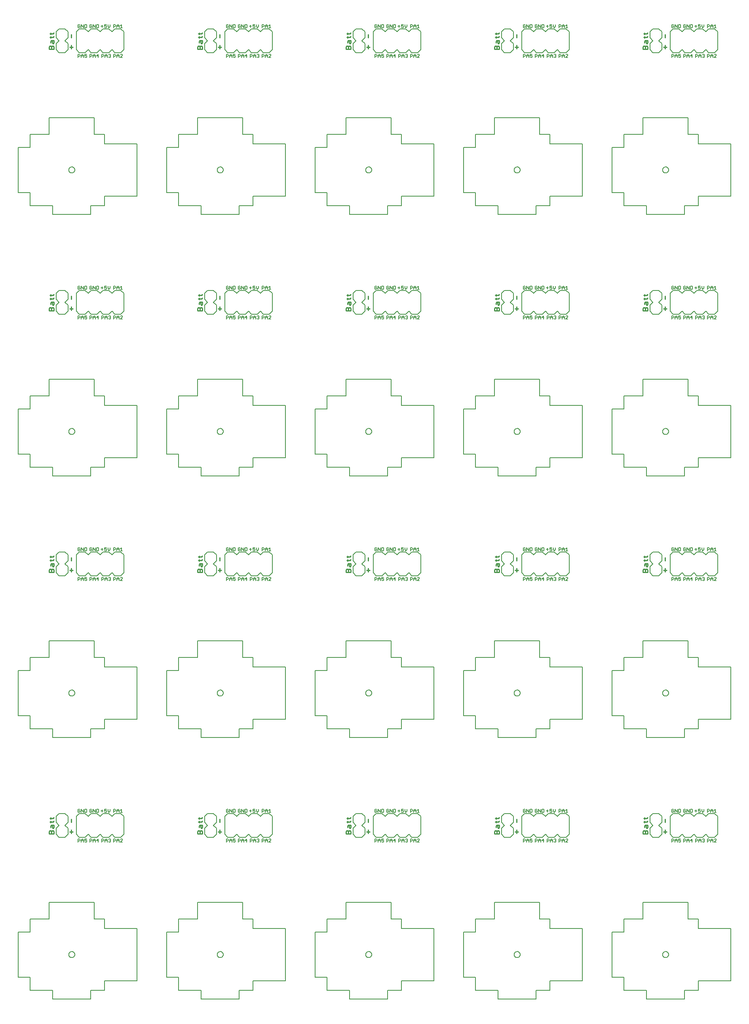
<source format=gto>
G75*
G70*
%OFA0B0*%
%FSLAX24Y24*%
%IPPOS*%
%LPD*%
%AMOC8*
5,1,8,0,0,1.08239X$1,22.5*
%
%ADD10C,0.0090*%
%ADD11C,0.0060*%
%ADD12C,0.0080*%
D10*
X004480Y019056D02*
X004480Y019262D01*
X004548Y019330D01*
X004617Y019330D01*
X004685Y019262D01*
X004685Y019056D01*
X004890Y019056D02*
X004480Y019056D01*
X004685Y019262D02*
X004754Y019330D01*
X004822Y019330D01*
X004890Y019262D01*
X004890Y019056D01*
X004822Y019517D02*
X004754Y019585D01*
X004754Y019790D01*
X004685Y019790D02*
X004890Y019790D01*
X004890Y019585D01*
X004822Y019517D01*
X004617Y019585D02*
X004617Y019722D01*
X004685Y019790D01*
X004617Y019977D02*
X004617Y020114D01*
X004548Y020046D02*
X004822Y020046D01*
X004890Y020114D01*
X004822Y020352D02*
X004890Y020421D01*
X004822Y020352D02*
X004548Y020352D01*
X004617Y020284D02*
X004617Y020421D01*
X006198Y019243D02*
X006472Y019243D01*
X006335Y019106D02*
X006335Y019380D01*
X006335Y020027D02*
X006335Y020301D01*
X016980Y019262D02*
X017048Y019330D01*
X017117Y019330D01*
X017185Y019262D01*
X017185Y019056D01*
X016980Y019056D02*
X016980Y019262D01*
X017185Y019262D02*
X017254Y019330D01*
X017322Y019330D01*
X017390Y019262D01*
X017390Y019056D01*
X016980Y019056D01*
X017117Y019585D02*
X017117Y019722D01*
X017185Y019790D01*
X017390Y019790D01*
X017390Y019585D01*
X017322Y019517D01*
X017254Y019585D01*
X017254Y019790D01*
X017117Y019977D02*
X017117Y020114D01*
X017048Y020046D02*
X017322Y020046D01*
X017390Y020114D01*
X017322Y020352D02*
X017390Y020421D01*
X017322Y020352D02*
X017048Y020352D01*
X017117Y020284D02*
X017117Y020421D01*
X018835Y020301D02*
X018835Y020027D01*
X018835Y019380D02*
X018835Y019106D01*
X018698Y019243D02*
X018972Y019243D01*
X029480Y019262D02*
X029548Y019330D01*
X029617Y019330D01*
X029685Y019262D01*
X029685Y019056D01*
X029890Y019056D02*
X029480Y019056D01*
X029480Y019262D01*
X029685Y019262D02*
X029754Y019330D01*
X029822Y019330D01*
X029890Y019262D01*
X029890Y019056D01*
X029822Y019517D02*
X029754Y019585D01*
X029754Y019790D01*
X029685Y019790D02*
X029890Y019790D01*
X029890Y019585D01*
X029822Y019517D01*
X029617Y019585D02*
X029617Y019722D01*
X029685Y019790D01*
X029617Y019977D02*
X029617Y020114D01*
X029548Y020046D02*
X029822Y020046D01*
X029890Y020114D01*
X029822Y020352D02*
X029548Y020352D01*
X029617Y020284D02*
X029617Y020421D01*
X029822Y020352D02*
X029890Y020421D01*
X031335Y020301D02*
X031335Y020027D01*
X031335Y019380D02*
X031335Y019106D01*
X031198Y019243D02*
X031472Y019243D01*
X041980Y019262D02*
X042048Y019330D01*
X042117Y019330D01*
X042185Y019262D01*
X042185Y019056D01*
X042390Y019056D02*
X041980Y019056D01*
X041980Y019262D01*
X042185Y019262D02*
X042254Y019330D01*
X042322Y019330D01*
X042390Y019262D01*
X042390Y019056D01*
X042322Y019517D02*
X042254Y019585D01*
X042254Y019790D01*
X042185Y019790D02*
X042390Y019790D01*
X042390Y019585D01*
X042322Y019517D01*
X042117Y019585D02*
X042117Y019722D01*
X042185Y019790D01*
X042117Y019977D02*
X042117Y020114D01*
X042048Y020046D02*
X042322Y020046D01*
X042390Y020114D01*
X042322Y020352D02*
X042048Y020352D01*
X042117Y020284D02*
X042117Y020421D01*
X042322Y020352D02*
X042390Y020421D01*
X043835Y020301D02*
X043835Y020027D01*
X043835Y019380D02*
X043835Y019106D01*
X043698Y019243D02*
X043972Y019243D01*
X054480Y019262D02*
X054548Y019330D01*
X054617Y019330D01*
X054685Y019262D01*
X054685Y019056D01*
X054480Y019056D02*
X054480Y019262D01*
X054685Y019262D02*
X054754Y019330D01*
X054822Y019330D01*
X054890Y019262D01*
X054890Y019056D01*
X054480Y019056D01*
X054617Y019585D02*
X054617Y019722D01*
X054685Y019790D01*
X054890Y019790D01*
X054890Y019585D01*
X054822Y019517D01*
X054754Y019585D01*
X054754Y019790D01*
X054617Y019977D02*
X054617Y020114D01*
X054548Y020046D02*
X054822Y020046D01*
X054890Y020114D01*
X054822Y020352D02*
X054548Y020352D01*
X054617Y020284D02*
X054617Y020421D01*
X054822Y020352D02*
X054890Y020421D01*
X056335Y020301D02*
X056335Y020027D01*
X056335Y019380D02*
X056335Y019106D01*
X056198Y019243D02*
X056472Y019243D01*
X056335Y041106D02*
X056335Y041380D01*
X056198Y041243D02*
X056472Y041243D01*
X056335Y042027D02*
X056335Y042301D01*
X054890Y042421D02*
X054822Y042352D01*
X054548Y042352D01*
X054617Y042284D02*
X054617Y042421D01*
X054617Y042114D02*
X054617Y041977D01*
X054548Y042046D02*
X054822Y042046D01*
X054890Y042114D01*
X054890Y041790D02*
X054890Y041585D01*
X054822Y041517D01*
X054754Y041585D01*
X054754Y041790D01*
X054685Y041790D02*
X054890Y041790D01*
X054685Y041790D02*
X054617Y041722D01*
X054617Y041585D01*
X054617Y041330D02*
X054685Y041262D01*
X054685Y041056D01*
X054480Y041056D02*
X054480Y041262D01*
X054548Y041330D01*
X054617Y041330D01*
X054685Y041262D02*
X054754Y041330D01*
X054822Y041330D01*
X054890Y041262D01*
X054890Y041056D01*
X054480Y041056D01*
X043972Y041243D02*
X043698Y041243D01*
X043835Y041106D02*
X043835Y041380D01*
X043835Y042027D02*
X043835Y042301D01*
X042390Y042421D02*
X042322Y042352D01*
X042048Y042352D01*
X042117Y042284D02*
X042117Y042421D01*
X042117Y042114D02*
X042117Y041977D01*
X042048Y042046D02*
X042322Y042046D01*
X042390Y042114D01*
X042390Y041790D02*
X042390Y041585D01*
X042322Y041517D01*
X042254Y041585D01*
X042254Y041790D01*
X042185Y041790D02*
X042390Y041790D01*
X042185Y041790D02*
X042117Y041722D01*
X042117Y041585D01*
X042117Y041330D02*
X042185Y041262D01*
X042185Y041056D01*
X042390Y041056D02*
X041980Y041056D01*
X041980Y041262D01*
X042048Y041330D01*
X042117Y041330D01*
X042185Y041262D02*
X042254Y041330D01*
X042322Y041330D01*
X042390Y041262D01*
X042390Y041056D01*
X031472Y041243D02*
X031198Y041243D01*
X031335Y041106D02*
X031335Y041380D01*
X031335Y042027D02*
X031335Y042301D01*
X029890Y042421D02*
X029822Y042352D01*
X029548Y042352D01*
X029617Y042284D02*
X029617Y042421D01*
X029617Y042114D02*
X029617Y041977D01*
X029548Y042046D02*
X029822Y042046D01*
X029890Y042114D01*
X029890Y041790D02*
X029890Y041585D01*
X029822Y041517D01*
X029754Y041585D01*
X029754Y041790D01*
X029685Y041790D02*
X029890Y041790D01*
X029685Y041790D02*
X029617Y041722D01*
X029617Y041585D01*
X029617Y041330D02*
X029685Y041262D01*
X029685Y041056D01*
X029890Y041056D02*
X029480Y041056D01*
X029480Y041262D01*
X029548Y041330D01*
X029617Y041330D01*
X029685Y041262D02*
X029754Y041330D01*
X029822Y041330D01*
X029890Y041262D01*
X029890Y041056D01*
X018972Y041243D02*
X018698Y041243D01*
X018835Y041106D02*
X018835Y041380D01*
X018835Y042027D02*
X018835Y042301D01*
X017390Y042421D02*
X017322Y042352D01*
X017048Y042352D01*
X017117Y042284D02*
X017117Y042421D01*
X017117Y042114D02*
X017117Y041977D01*
X017048Y042046D02*
X017322Y042046D01*
X017390Y042114D01*
X017390Y041790D02*
X017390Y041585D01*
X017322Y041517D01*
X017254Y041585D01*
X017254Y041790D01*
X017185Y041790D02*
X017390Y041790D01*
X017185Y041790D02*
X017117Y041722D01*
X017117Y041585D01*
X017117Y041330D02*
X017185Y041262D01*
X017185Y041056D01*
X016980Y041056D02*
X016980Y041262D01*
X017048Y041330D01*
X017117Y041330D01*
X017185Y041262D02*
X017254Y041330D01*
X017322Y041330D01*
X017390Y041262D01*
X017390Y041056D01*
X016980Y041056D01*
X006472Y041243D02*
X006198Y041243D01*
X006335Y041106D02*
X006335Y041380D01*
X006335Y042027D02*
X006335Y042301D01*
X004890Y042421D02*
X004822Y042352D01*
X004548Y042352D01*
X004617Y042284D02*
X004617Y042421D01*
X004617Y042114D02*
X004617Y041977D01*
X004548Y042046D02*
X004822Y042046D01*
X004890Y042114D01*
X004890Y041790D02*
X004890Y041585D01*
X004822Y041517D01*
X004754Y041585D01*
X004754Y041790D01*
X004685Y041790D02*
X004890Y041790D01*
X004685Y041790D02*
X004617Y041722D01*
X004617Y041585D01*
X004617Y041330D02*
X004685Y041262D01*
X004685Y041056D01*
X004480Y041056D02*
X004480Y041262D01*
X004548Y041330D01*
X004617Y041330D01*
X004685Y041262D02*
X004754Y041330D01*
X004822Y041330D01*
X004890Y041262D01*
X004890Y041056D01*
X004480Y041056D01*
X004480Y063056D02*
X004480Y063262D01*
X004548Y063330D01*
X004617Y063330D01*
X004685Y063262D01*
X004685Y063056D01*
X004890Y063056D02*
X004480Y063056D01*
X004685Y063262D02*
X004754Y063330D01*
X004822Y063330D01*
X004890Y063262D01*
X004890Y063056D01*
X004822Y063517D02*
X004754Y063585D01*
X004754Y063790D01*
X004685Y063790D02*
X004890Y063790D01*
X004890Y063585D01*
X004822Y063517D01*
X004617Y063585D02*
X004617Y063722D01*
X004685Y063790D01*
X004617Y063977D02*
X004617Y064114D01*
X004548Y064046D02*
X004822Y064046D01*
X004890Y064114D01*
X004822Y064352D02*
X004890Y064421D01*
X004822Y064352D02*
X004548Y064352D01*
X004617Y064284D02*
X004617Y064421D01*
X006198Y063243D02*
X006472Y063243D01*
X006335Y063106D02*
X006335Y063380D01*
X006335Y064027D02*
X006335Y064301D01*
X016980Y063262D02*
X017048Y063330D01*
X017117Y063330D01*
X017185Y063262D01*
X017185Y063056D01*
X016980Y063056D02*
X016980Y063262D01*
X017185Y063262D02*
X017254Y063330D01*
X017322Y063330D01*
X017390Y063262D01*
X017390Y063056D01*
X016980Y063056D01*
X017117Y063585D02*
X017117Y063722D01*
X017185Y063790D01*
X017390Y063790D01*
X017390Y063585D01*
X017322Y063517D01*
X017254Y063585D01*
X017254Y063790D01*
X017117Y063977D02*
X017117Y064114D01*
X017048Y064046D02*
X017322Y064046D01*
X017390Y064114D01*
X017322Y064352D02*
X017390Y064421D01*
X017322Y064352D02*
X017048Y064352D01*
X017117Y064284D02*
X017117Y064421D01*
X018835Y064301D02*
X018835Y064027D01*
X018835Y063380D02*
X018835Y063106D01*
X018698Y063243D02*
X018972Y063243D01*
X029480Y063262D02*
X029548Y063330D01*
X029617Y063330D01*
X029685Y063262D01*
X029685Y063056D01*
X029890Y063056D02*
X029480Y063056D01*
X029480Y063262D01*
X029685Y063262D02*
X029754Y063330D01*
X029822Y063330D01*
X029890Y063262D01*
X029890Y063056D01*
X029822Y063517D02*
X029754Y063585D01*
X029754Y063790D01*
X029685Y063790D02*
X029890Y063790D01*
X029890Y063585D01*
X029822Y063517D01*
X029617Y063585D02*
X029617Y063722D01*
X029685Y063790D01*
X029617Y063977D02*
X029617Y064114D01*
X029548Y064046D02*
X029822Y064046D01*
X029890Y064114D01*
X029822Y064352D02*
X029548Y064352D01*
X029617Y064284D02*
X029617Y064421D01*
X029822Y064352D02*
X029890Y064421D01*
X031335Y064301D02*
X031335Y064027D01*
X031335Y063380D02*
X031335Y063106D01*
X031198Y063243D02*
X031472Y063243D01*
X041980Y063262D02*
X042048Y063330D01*
X042117Y063330D01*
X042185Y063262D01*
X042185Y063056D01*
X042390Y063056D02*
X041980Y063056D01*
X041980Y063262D01*
X042185Y063262D02*
X042254Y063330D01*
X042322Y063330D01*
X042390Y063262D01*
X042390Y063056D01*
X042322Y063517D02*
X042254Y063585D01*
X042254Y063790D01*
X042185Y063790D02*
X042390Y063790D01*
X042390Y063585D01*
X042322Y063517D01*
X042117Y063585D02*
X042117Y063722D01*
X042185Y063790D01*
X042117Y063977D02*
X042117Y064114D01*
X042048Y064046D02*
X042322Y064046D01*
X042390Y064114D01*
X042322Y064352D02*
X042048Y064352D01*
X042117Y064284D02*
X042117Y064421D01*
X042322Y064352D02*
X042390Y064421D01*
X043835Y064301D02*
X043835Y064027D01*
X043835Y063380D02*
X043835Y063106D01*
X043698Y063243D02*
X043972Y063243D01*
X054480Y063262D02*
X054548Y063330D01*
X054617Y063330D01*
X054685Y063262D01*
X054685Y063056D01*
X054480Y063056D02*
X054480Y063262D01*
X054685Y063262D02*
X054754Y063330D01*
X054822Y063330D01*
X054890Y063262D01*
X054890Y063056D01*
X054480Y063056D01*
X054617Y063585D02*
X054617Y063722D01*
X054685Y063790D01*
X054890Y063790D01*
X054890Y063585D01*
X054822Y063517D01*
X054754Y063585D01*
X054754Y063790D01*
X054617Y063977D02*
X054617Y064114D01*
X054548Y064046D02*
X054822Y064046D01*
X054890Y064114D01*
X054822Y064352D02*
X054548Y064352D01*
X054617Y064284D02*
X054617Y064421D01*
X054822Y064352D02*
X054890Y064421D01*
X056335Y064301D02*
X056335Y064027D01*
X056335Y063380D02*
X056335Y063106D01*
X056198Y063243D02*
X056472Y063243D01*
X056335Y085106D02*
X056335Y085380D01*
X056198Y085243D02*
X056472Y085243D01*
X056335Y086027D02*
X056335Y086301D01*
X054890Y086421D02*
X054822Y086352D01*
X054548Y086352D01*
X054617Y086284D02*
X054617Y086421D01*
X054617Y086114D02*
X054617Y085977D01*
X054548Y086046D02*
X054822Y086046D01*
X054890Y086114D01*
X054890Y085790D02*
X054685Y085790D01*
X054617Y085722D01*
X054617Y085585D01*
X054754Y085585D02*
X054754Y085790D01*
X054890Y085790D02*
X054890Y085585D01*
X054822Y085517D01*
X054754Y085585D01*
X054754Y085330D02*
X054822Y085330D01*
X054890Y085262D01*
X054890Y085056D01*
X054480Y085056D01*
X054480Y085262D01*
X054548Y085330D01*
X054617Y085330D01*
X054685Y085262D01*
X054685Y085056D01*
X054685Y085262D02*
X054754Y085330D01*
X043972Y085243D02*
X043698Y085243D01*
X043835Y085106D02*
X043835Y085380D01*
X043835Y086027D02*
X043835Y086301D01*
X042390Y086421D02*
X042322Y086352D01*
X042048Y086352D01*
X042117Y086284D02*
X042117Y086421D01*
X042117Y086114D02*
X042117Y085977D01*
X042048Y086046D02*
X042322Y086046D01*
X042390Y086114D01*
X042390Y085790D02*
X042390Y085585D01*
X042322Y085517D01*
X042254Y085585D01*
X042254Y085790D01*
X042185Y085790D02*
X042390Y085790D01*
X042185Y085790D02*
X042117Y085722D01*
X042117Y085585D01*
X042117Y085330D02*
X042185Y085262D01*
X042185Y085056D01*
X042390Y085056D02*
X041980Y085056D01*
X041980Y085262D01*
X042048Y085330D01*
X042117Y085330D01*
X042185Y085262D02*
X042254Y085330D01*
X042322Y085330D01*
X042390Y085262D01*
X042390Y085056D01*
X031472Y085243D02*
X031198Y085243D01*
X031335Y085106D02*
X031335Y085380D01*
X031335Y086027D02*
X031335Y086301D01*
X029890Y086421D02*
X029822Y086352D01*
X029548Y086352D01*
X029617Y086284D02*
X029617Y086421D01*
X029617Y086114D02*
X029617Y085977D01*
X029548Y086046D02*
X029822Y086046D01*
X029890Y086114D01*
X029890Y085790D02*
X029890Y085585D01*
X029822Y085517D01*
X029754Y085585D01*
X029754Y085790D01*
X029685Y085790D02*
X029890Y085790D01*
X029685Y085790D02*
X029617Y085722D01*
X029617Y085585D01*
X029617Y085330D02*
X029685Y085262D01*
X029685Y085056D01*
X029890Y085056D02*
X029480Y085056D01*
X029480Y085262D01*
X029548Y085330D01*
X029617Y085330D01*
X029685Y085262D02*
X029754Y085330D01*
X029822Y085330D01*
X029890Y085262D01*
X029890Y085056D01*
X018972Y085243D02*
X018698Y085243D01*
X018835Y085106D02*
X018835Y085380D01*
X018835Y086027D02*
X018835Y086301D01*
X017390Y086421D02*
X017322Y086352D01*
X017048Y086352D01*
X017117Y086284D02*
X017117Y086421D01*
X017117Y086114D02*
X017117Y085977D01*
X017048Y086046D02*
X017322Y086046D01*
X017390Y086114D01*
X017390Y085790D02*
X017390Y085585D01*
X017322Y085517D01*
X017254Y085585D01*
X017254Y085790D01*
X017185Y085790D02*
X017390Y085790D01*
X017185Y085790D02*
X017117Y085722D01*
X017117Y085585D01*
X017117Y085330D02*
X017185Y085262D01*
X017185Y085056D01*
X016980Y085056D02*
X016980Y085262D01*
X017048Y085330D01*
X017117Y085330D01*
X017185Y085262D02*
X017254Y085330D01*
X017322Y085330D01*
X017390Y085262D01*
X017390Y085056D01*
X016980Y085056D01*
X006472Y085243D02*
X006198Y085243D01*
X006335Y085106D02*
X006335Y085380D01*
X006335Y086027D02*
X006335Y086301D01*
X004890Y086421D02*
X004822Y086352D01*
X004548Y086352D01*
X004617Y086284D02*
X004617Y086421D01*
X004617Y086114D02*
X004617Y085977D01*
X004548Y086046D02*
X004822Y086046D01*
X004890Y086114D01*
X004890Y085790D02*
X004890Y085585D01*
X004822Y085517D01*
X004754Y085585D01*
X004754Y085790D01*
X004685Y085790D02*
X004890Y085790D01*
X004685Y085790D02*
X004617Y085722D01*
X004617Y085585D01*
X004617Y085330D02*
X004685Y085262D01*
X004685Y085056D01*
X004480Y085056D02*
X004480Y085262D01*
X004548Y085330D01*
X004617Y085330D01*
X004685Y085262D02*
X004754Y085330D01*
X004822Y085330D01*
X004890Y085262D01*
X004890Y085056D01*
X004480Y085056D01*
D11*
X006765Y085011D02*
X006765Y086511D01*
X007015Y086761D01*
X007515Y086761D01*
X007765Y086511D01*
X008015Y086761D01*
X008515Y086761D01*
X008765Y086511D01*
X009015Y086761D01*
X009515Y086761D01*
X009765Y086511D01*
X010015Y086761D01*
X010515Y086761D01*
X010765Y086511D01*
X010765Y085011D01*
X010515Y084761D01*
X010015Y084761D01*
X009765Y085011D01*
X009515Y084761D01*
X009015Y084761D01*
X008765Y085011D01*
X008515Y084761D01*
X008015Y084761D01*
X007765Y085011D01*
X007515Y084761D01*
X007015Y084761D01*
X006765Y085011D01*
X006895Y084622D02*
X007025Y084622D01*
X007069Y084578D01*
X007069Y084491D01*
X007025Y084448D01*
X006895Y084448D01*
X006895Y084361D02*
X006895Y084622D01*
X007190Y084535D02*
X007277Y084622D01*
X007363Y084535D01*
X007363Y084361D01*
X007485Y084405D02*
X007528Y084361D01*
X007615Y084361D01*
X007658Y084405D01*
X007658Y084491D01*
X007615Y084535D01*
X007571Y084535D01*
X007485Y084491D01*
X007485Y084622D01*
X007658Y084622D01*
X007895Y084622D02*
X008025Y084622D01*
X008069Y084578D01*
X008069Y084491D01*
X008025Y084448D01*
X007895Y084448D01*
X007895Y084361D02*
X007895Y084622D01*
X008190Y084535D02*
X008277Y084622D01*
X008363Y084535D01*
X008363Y084361D01*
X008363Y084491D02*
X008190Y084491D01*
X008190Y084535D02*
X008190Y084361D01*
X008485Y084491D02*
X008658Y084491D01*
X008615Y084361D02*
X008615Y084622D01*
X008485Y084491D01*
X008895Y084448D02*
X009025Y084448D01*
X009069Y084491D01*
X009069Y084578D01*
X009025Y084622D01*
X008895Y084622D01*
X008895Y084361D01*
X009190Y084361D02*
X009190Y084535D01*
X009277Y084622D01*
X009363Y084535D01*
X009363Y084361D01*
X009485Y084405D02*
X009528Y084361D01*
X009615Y084361D01*
X009658Y084405D01*
X009658Y084448D01*
X009615Y084491D01*
X009571Y084491D01*
X009615Y084491D02*
X009658Y084535D01*
X009658Y084578D01*
X009615Y084622D01*
X009528Y084622D01*
X009485Y084578D01*
X009363Y084491D02*
X009190Y084491D01*
X009895Y084448D02*
X010025Y084448D01*
X010069Y084491D01*
X010069Y084578D01*
X010025Y084622D01*
X009895Y084622D01*
X009895Y084361D01*
X010190Y084361D02*
X010190Y084535D01*
X010277Y084622D01*
X010363Y084535D01*
X010363Y084361D01*
X010485Y084361D02*
X010658Y084535D01*
X010658Y084578D01*
X010615Y084622D01*
X010528Y084622D01*
X010485Y084578D01*
X010363Y084491D02*
X010190Y084491D01*
X010485Y084361D02*
X010658Y084361D01*
X010658Y086861D02*
X010485Y086861D01*
X010571Y086861D02*
X010571Y087122D01*
X010485Y087035D01*
X010363Y087035D02*
X010363Y086861D01*
X010363Y086991D02*
X010190Y086991D01*
X010190Y087035D02*
X010277Y087122D01*
X010363Y087035D01*
X010190Y087035D02*
X010190Y086861D01*
X010069Y086991D02*
X010025Y086948D01*
X009895Y086948D01*
X009895Y086861D02*
X009895Y087122D01*
X010025Y087122D01*
X010069Y087078D01*
X010069Y086991D01*
X009608Y086948D02*
X009608Y087122D01*
X009435Y087122D02*
X009435Y086948D01*
X009521Y086861D01*
X009608Y086948D01*
X009313Y086991D02*
X009313Y086905D01*
X009270Y086861D01*
X009183Y086861D01*
X009140Y086905D01*
X009140Y086991D02*
X009227Y087035D01*
X009270Y087035D01*
X009313Y086991D01*
X009313Y087122D02*
X009140Y087122D01*
X009140Y086991D01*
X009019Y086991D02*
X008845Y086991D01*
X008932Y086905D02*
X008932Y087078D01*
X008658Y087078D02*
X008658Y086905D01*
X008615Y086861D01*
X008485Y086861D01*
X008485Y087122D01*
X008615Y087122D01*
X008658Y087078D01*
X008363Y087122D02*
X008363Y086861D01*
X008190Y087122D01*
X008190Y086861D01*
X008069Y086905D02*
X008069Y086991D01*
X007982Y086991D01*
X007895Y086905D02*
X007895Y087078D01*
X007939Y087122D01*
X008025Y087122D01*
X008069Y087078D01*
X008069Y086905D02*
X008025Y086861D01*
X007939Y086861D01*
X007895Y086905D01*
X007658Y086905D02*
X007658Y087078D01*
X007615Y087122D01*
X007485Y087122D01*
X007485Y086861D01*
X007615Y086861D01*
X007658Y086905D01*
X007363Y086861D02*
X007363Y087122D01*
X007190Y087122D02*
X007363Y086861D01*
X007190Y086861D02*
X007190Y087122D01*
X007069Y087078D02*
X007025Y087122D01*
X006939Y087122D01*
X006895Y087078D01*
X006895Y086905D01*
X006939Y086861D01*
X007025Y086861D01*
X007069Y086905D01*
X007069Y086991D01*
X006982Y086991D01*
X007190Y084535D02*
X007190Y084361D01*
X007190Y084491D02*
X007363Y084491D01*
X019265Y085011D02*
X019265Y086511D01*
X019515Y086761D01*
X020015Y086761D01*
X020265Y086511D01*
X020515Y086761D01*
X021015Y086761D01*
X021265Y086511D01*
X021515Y086761D01*
X022015Y086761D01*
X022265Y086511D01*
X022515Y086761D01*
X023015Y086761D01*
X023265Y086511D01*
X023265Y085011D01*
X023015Y084761D01*
X022515Y084761D01*
X022265Y085011D01*
X022015Y084761D01*
X021515Y084761D01*
X021265Y085011D01*
X021015Y084761D01*
X020515Y084761D01*
X020265Y085011D01*
X020015Y084761D01*
X019515Y084761D01*
X019265Y085011D01*
X019395Y084622D02*
X019525Y084622D01*
X019569Y084578D01*
X019569Y084491D01*
X019525Y084448D01*
X019395Y084448D01*
X019395Y084361D02*
X019395Y084622D01*
X019690Y084535D02*
X019777Y084622D01*
X019863Y084535D01*
X019863Y084361D01*
X019985Y084405D02*
X020028Y084361D01*
X020115Y084361D01*
X020158Y084405D01*
X020158Y084491D01*
X020115Y084535D01*
X020071Y084535D01*
X019985Y084491D01*
X019985Y084622D01*
X020158Y084622D01*
X020395Y084622D02*
X020525Y084622D01*
X020569Y084578D01*
X020569Y084491D01*
X020525Y084448D01*
X020395Y084448D01*
X020395Y084361D02*
X020395Y084622D01*
X020690Y084535D02*
X020777Y084622D01*
X020863Y084535D01*
X020863Y084361D01*
X020863Y084491D02*
X020690Y084491D01*
X020690Y084535D02*
X020690Y084361D01*
X020985Y084491D02*
X021158Y084491D01*
X021115Y084361D02*
X021115Y084622D01*
X020985Y084491D01*
X021395Y084448D02*
X021525Y084448D01*
X021569Y084491D01*
X021569Y084578D01*
X021525Y084622D01*
X021395Y084622D01*
X021395Y084361D01*
X021690Y084361D02*
X021690Y084535D01*
X021777Y084622D01*
X021863Y084535D01*
X021863Y084361D01*
X021985Y084405D02*
X022028Y084361D01*
X022115Y084361D01*
X022158Y084405D01*
X022158Y084448D01*
X022115Y084491D01*
X022071Y084491D01*
X022115Y084491D02*
X022158Y084535D01*
X022158Y084578D01*
X022115Y084622D01*
X022028Y084622D01*
X021985Y084578D01*
X021863Y084491D02*
X021690Y084491D01*
X022395Y084448D02*
X022525Y084448D01*
X022569Y084491D01*
X022569Y084578D01*
X022525Y084622D01*
X022395Y084622D01*
X022395Y084361D01*
X022690Y084361D02*
X022690Y084535D01*
X022777Y084622D01*
X022863Y084535D01*
X022863Y084361D01*
X022985Y084361D02*
X023158Y084535D01*
X023158Y084578D01*
X023115Y084622D01*
X023028Y084622D01*
X022985Y084578D01*
X022863Y084491D02*
X022690Y084491D01*
X022985Y084361D02*
X023158Y084361D01*
X023158Y086861D02*
X022985Y086861D01*
X023071Y086861D02*
X023071Y087122D01*
X022985Y087035D01*
X022863Y087035D02*
X022863Y086861D01*
X022863Y086991D02*
X022690Y086991D01*
X022690Y087035D02*
X022777Y087122D01*
X022863Y087035D01*
X022690Y087035D02*
X022690Y086861D01*
X022569Y086991D02*
X022525Y086948D01*
X022395Y086948D01*
X022395Y086861D02*
X022395Y087122D01*
X022525Y087122D01*
X022569Y087078D01*
X022569Y086991D01*
X022108Y086948D02*
X022108Y087122D01*
X021935Y087122D02*
X021935Y086948D01*
X022021Y086861D01*
X022108Y086948D01*
X021813Y086991D02*
X021813Y086905D01*
X021770Y086861D01*
X021683Y086861D01*
X021640Y086905D01*
X021640Y086991D02*
X021727Y087035D01*
X021770Y087035D01*
X021813Y086991D01*
X021813Y087122D02*
X021640Y087122D01*
X021640Y086991D01*
X021519Y086991D02*
X021345Y086991D01*
X021432Y086905D02*
X021432Y087078D01*
X021158Y087078D02*
X021158Y086905D01*
X021115Y086861D01*
X020985Y086861D01*
X020985Y087122D01*
X021115Y087122D01*
X021158Y087078D01*
X020863Y087122D02*
X020863Y086861D01*
X020690Y087122D01*
X020690Y086861D01*
X020569Y086905D02*
X020569Y086991D01*
X020482Y086991D01*
X020395Y086905D02*
X020395Y087078D01*
X020439Y087122D01*
X020525Y087122D01*
X020569Y087078D01*
X020569Y086905D02*
X020525Y086861D01*
X020439Y086861D01*
X020395Y086905D01*
X020158Y086905D02*
X020158Y087078D01*
X020115Y087122D01*
X019985Y087122D01*
X019985Y086861D01*
X020115Y086861D01*
X020158Y086905D01*
X019863Y086861D02*
X019863Y087122D01*
X019690Y087122D02*
X019863Y086861D01*
X019690Y086861D02*
X019690Y087122D01*
X019569Y087078D02*
X019525Y087122D01*
X019439Y087122D01*
X019395Y087078D01*
X019395Y086905D01*
X019439Y086861D01*
X019525Y086861D01*
X019569Y086905D01*
X019569Y086991D01*
X019482Y086991D01*
X019690Y084535D02*
X019690Y084361D01*
X019690Y084491D02*
X019863Y084491D01*
X031765Y085011D02*
X031765Y086511D01*
X032015Y086761D01*
X032515Y086761D01*
X032765Y086511D01*
X033015Y086761D01*
X033515Y086761D01*
X033765Y086511D01*
X034015Y086761D01*
X034515Y086761D01*
X034765Y086511D01*
X035015Y086761D01*
X035515Y086761D01*
X035765Y086511D01*
X035765Y085011D01*
X035515Y084761D01*
X035015Y084761D01*
X034765Y085011D01*
X034515Y084761D01*
X034015Y084761D01*
X033765Y085011D01*
X033515Y084761D01*
X033015Y084761D01*
X032765Y085011D01*
X032515Y084761D01*
X032015Y084761D01*
X031765Y085011D01*
X031895Y084622D02*
X032025Y084622D01*
X032069Y084578D01*
X032069Y084491D01*
X032025Y084448D01*
X031895Y084448D01*
X031895Y084361D02*
X031895Y084622D01*
X032190Y084535D02*
X032277Y084622D01*
X032363Y084535D01*
X032363Y084361D01*
X032485Y084405D02*
X032528Y084361D01*
X032615Y084361D01*
X032658Y084405D01*
X032658Y084491D01*
X032615Y084535D01*
X032571Y084535D01*
X032485Y084491D01*
X032485Y084622D01*
X032658Y084622D01*
X032895Y084622D02*
X033025Y084622D01*
X033069Y084578D01*
X033069Y084491D01*
X033025Y084448D01*
X032895Y084448D01*
X032895Y084361D02*
X032895Y084622D01*
X033190Y084535D02*
X033277Y084622D01*
X033363Y084535D01*
X033363Y084361D01*
X033363Y084491D02*
X033190Y084491D01*
X033190Y084535D02*
X033190Y084361D01*
X033485Y084491D02*
X033658Y084491D01*
X033615Y084361D02*
X033615Y084622D01*
X033485Y084491D01*
X033895Y084448D02*
X034025Y084448D01*
X034069Y084491D01*
X034069Y084578D01*
X034025Y084622D01*
X033895Y084622D01*
X033895Y084361D01*
X034190Y084361D02*
X034190Y084535D01*
X034277Y084622D01*
X034363Y084535D01*
X034363Y084361D01*
X034485Y084405D02*
X034528Y084361D01*
X034615Y084361D01*
X034658Y084405D01*
X034658Y084448D01*
X034615Y084491D01*
X034571Y084491D01*
X034615Y084491D02*
X034658Y084535D01*
X034658Y084578D01*
X034615Y084622D01*
X034528Y084622D01*
X034485Y084578D01*
X034363Y084491D02*
X034190Y084491D01*
X034895Y084448D02*
X035025Y084448D01*
X035069Y084491D01*
X035069Y084578D01*
X035025Y084622D01*
X034895Y084622D01*
X034895Y084361D01*
X035190Y084361D02*
X035190Y084535D01*
X035277Y084622D01*
X035363Y084535D01*
X035363Y084361D01*
X035485Y084361D02*
X035658Y084535D01*
X035658Y084578D01*
X035615Y084622D01*
X035528Y084622D01*
X035485Y084578D01*
X035363Y084491D02*
X035190Y084491D01*
X035485Y084361D02*
X035658Y084361D01*
X035658Y086861D02*
X035485Y086861D01*
X035571Y086861D02*
X035571Y087122D01*
X035485Y087035D01*
X035363Y087035D02*
X035363Y086861D01*
X035363Y086991D02*
X035190Y086991D01*
X035190Y087035D02*
X035277Y087122D01*
X035363Y087035D01*
X035190Y087035D02*
X035190Y086861D01*
X035069Y086991D02*
X035025Y086948D01*
X034895Y086948D01*
X034895Y086861D02*
X034895Y087122D01*
X035025Y087122D01*
X035069Y087078D01*
X035069Y086991D01*
X034608Y086948D02*
X034608Y087122D01*
X034435Y087122D02*
X034435Y086948D01*
X034521Y086861D01*
X034608Y086948D01*
X034313Y086991D02*
X034313Y086905D01*
X034270Y086861D01*
X034183Y086861D01*
X034140Y086905D01*
X034140Y086991D02*
X034227Y087035D01*
X034270Y087035D01*
X034313Y086991D01*
X034313Y087122D02*
X034140Y087122D01*
X034140Y086991D01*
X034019Y086991D02*
X033845Y086991D01*
X033932Y086905D02*
X033932Y087078D01*
X033658Y087078D02*
X033615Y087122D01*
X033485Y087122D01*
X033485Y086861D01*
X033615Y086861D01*
X033658Y086905D01*
X033658Y087078D01*
X033363Y087122D02*
X033363Y086861D01*
X033190Y087122D01*
X033190Y086861D01*
X033069Y086905D02*
X033069Y086991D01*
X032982Y086991D01*
X032895Y086905D02*
X032895Y087078D01*
X032939Y087122D01*
X033025Y087122D01*
X033069Y087078D01*
X033069Y086905D02*
X033025Y086861D01*
X032939Y086861D01*
X032895Y086905D01*
X032658Y086905D02*
X032658Y087078D01*
X032615Y087122D01*
X032485Y087122D01*
X032485Y086861D01*
X032615Y086861D01*
X032658Y086905D01*
X032363Y086861D02*
X032363Y087122D01*
X032190Y087122D02*
X032363Y086861D01*
X032190Y086861D02*
X032190Y087122D01*
X032069Y087078D02*
X032025Y087122D01*
X031939Y087122D01*
X031895Y087078D01*
X031895Y086905D01*
X031939Y086861D01*
X032025Y086861D01*
X032069Y086905D01*
X032069Y086991D01*
X031982Y086991D01*
X032190Y084535D02*
X032190Y084361D01*
X032190Y084491D02*
X032363Y084491D01*
X044265Y085011D02*
X044265Y086511D01*
X044515Y086761D01*
X045015Y086761D01*
X045265Y086511D01*
X045515Y086761D01*
X046015Y086761D01*
X046265Y086511D01*
X046515Y086761D01*
X047015Y086761D01*
X047265Y086511D01*
X047515Y086761D01*
X048015Y086761D01*
X048265Y086511D01*
X048265Y085011D01*
X048015Y084761D01*
X047515Y084761D01*
X047265Y085011D01*
X047015Y084761D01*
X046515Y084761D01*
X046265Y085011D01*
X046015Y084761D01*
X045515Y084761D01*
X045265Y085011D01*
X045015Y084761D01*
X044515Y084761D01*
X044265Y085011D01*
X044395Y084622D02*
X044525Y084622D01*
X044569Y084578D01*
X044569Y084491D01*
X044525Y084448D01*
X044395Y084448D01*
X044395Y084361D02*
X044395Y084622D01*
X044690Y084535D02*
X044777Y084622D01*
X044863Y084535D01*
X044863Y084361D01*
X044985Y084405D02*
X045028Y084361D01*
X045115Y084361D01*
X045158Y084405D01*
X045158Y084491D01*
X045115Y084535D01*
X045071Y084535D01*
X044985Y084491D01*
X044985Y084622D01*
X045158Y084622D01*
X045395Y084622D02*
X045525Y084622D01*
X045569Y084578D01*
X045569Y084491D01*
X045525Y084448D01*
X045395Y084448D01*
X045395Y084361D02*
X045395Y084622D01*
X045690Y084535D02*
X045777Y084622D01*
X045863Y084535D01*
X045863Y084361D01*
X045863Y084491D02*
X045690Y084491D01*
X045690Y084535D02*
X045690Y084361D01*
X045985Y084491D02*
X046158Y084491D01*
X046115Y084361D02*
X046115Y084622D01*
X045985Y084491D01*
X046395Y084448D02*
X046525Y084448D01*
X046569Y084491D01*
X046569Y084578D01*
X046525Y084622D01*
X046395Y084622D01*
X046395Y084361D01*
X046690Y084361D02*
X046690Y084535D01*
X046777Y084622D01*
X046863Y084535D01*
X046863Y084361D01*
X046985Y084405D02*
X047028Y084361D01*
X047115Y084361D01*
X047158Y084405D01*
X047158Y084448D01*
X047115Y084491D01*
X047071Y084491D01*
X047115Y084491D02*
X047158Y084535D01*
X047158Y084578D01*
X047115Y084622D01*
X047028Y084622D01*
X046985Y084578D01*
X046863Y084491D02*
X046690Y084491D01*
X047395Y084448D02*
X047525Y084448D01*
X047569Y084491D01*
X047569Y084578D01*
X047525Y084622D01*
X047395Y084622D01*
X047395Y084361D01*
X047690Y084361D02*
X047690Y084535D01*
X047777Y084622D01*
X047863Y084535D01*
X047863Y084361D01*
X047985Y084361D02*
X048158Y084535D01*
X048158Y084578D01*
X048115Y084622D01*
X048028Y084622D01*
X047985Y084578D01*
X047863Y084491D02*
X047690Y084491D01*
X047985Y084361D02*
X048158Y084361D01*
X048158Y086861D02*
X047985Y086861D01*
X048071Y086861D02*
X048071Y087122D01*
X047985Y087035D01*
X047863Y087035D02*
X047863Y086861D01*
X047863Y086991D02*
X047690Y086991D01*
X047690Y087035D02*
X047777Y087122D01*
X047863Y087035D01*
X047690Y087035D02*
X047690Y086861D01*
X047569Y086991D02*
X047525Y086948D01*
X047395Y086948D01*
X047395Y086861D02*
X047395Y087122D01*
X047525Y087122D01*
X047569Y087078D01*
X047569Y086991D01*
X047108Y086948D02*
X047108Y087122D01*
X046935Y087122D02*
X046935Y086948D01*
X047021Y086861D01*
X047108Y086948D01*
X046813Y086905D02*
X046770Y086861D01*
X046683Y086861D01*
X046640Y086905D01*
X046640Y086991D02*
X046727Y087035D01*
X046770Y087035D01*
X046813Y086991D01*
X046813Y086905D01*
X046640Y086991D02*
X046640Y087122D01*
X046813Y087122D01*
X046519Y086991D02*
X046345Y086991D01*
X046432Y086905D02*
X046432Y087078D01*
X046158Y087078D02*
X046115Y087122D01*
X045985Y087122D01*
X045985Y086861D01*
X046115Y086861D01*
X046158Y086905D01*
X046158Y087078D01*
X045863Y087122D02*
X045863Y086861D01*
X045690Y087122D01*
X045690Y086861D01*
X045569Y086905D02*
X045569Y086991D01*
X045482Y086991D01*
X045395Y086905D02*
X045395Y087078D01*
X045439Y087122D01*
X045525Y087122D01*
X045569Y087078D01*
X045569Y086905D02*
X045525Y086861D01*
X045439Y086861D01*
X045395Y086905D01*
X045158Y086905D02*
X045158Y087078D01*
X045115Y087122D01*
X044985Y087122D01*
X044985Y086861D01*
X045115Y086861D01*
X045158Y086905D01*
X044863Y086861D02*
X044863Y087122D01*
X044690Y087122D02*
X044863Y086861D01*
X044690Y086861D02*
X044690Y087122D01*
X044569Y087078D02*
X044525Y087122D01*
X044439Y087122D01*
X044395Y087078D01*
X044395Y086905D01*
X044439Y086861D01*
X044525Y086861D01*
X044569Y086905D01*
X044569Y086991D01*
X044482Y086991D01*
X044690Y084535D02*
X044690Y084361D01*
X044690Y084491D02*
X044863Y084491D01*
X056765Y085011D02*
X056765Y086511D01*
X057015Y086761D01*
X057515Y086761D01*
X057765Y086511D01*
X058015Y086761D01*
X058515Y086761D01*
X058765Y086511D01*
X059015Y086761D01*
X059515Y086761D01*
X059765Y086511D01*
X060015Y086761D01*
X060515Y086761D01*
X060765Y086511D01*
X060765Y085011D01*
X060515Y084761D01*
X060015Y084761D01*
X059765Y085011D01*
X059515Y084761D01*
X059015Y084761D01*
X058765Y085011D01*
X058515Y084761D01*
X058015Y084761D01*
X057765Y085011D01*
X057515Y084761D01*
X057015Y084761D01*
X056765Y085011D01*
X056895Y084622D02*
X057025Y084622D01*
X057069Y084578D01*
X057069Y084491D01*
X057025Y084448D01*
X056895Y084448D01*
X056895Y084361D02*
X056895Y084622D01*
X057190Y084535D02*
X057277Y084622D01*
X057363Y084535D01*
X057363Y084361D01*
X057485Y084405D02*
X057528Y084361D01*
X057615Y084361D01*
X057658Y084405D01*
X057658Y084491D01*
X057615Y084535D01*
X057571Y084535D01*
X057485Y084491D01*
X057485Y084622D01*
X057658Y084622D01*
X057895Y084622D02*
X058025Y084622D01*
X058069Y084578D01*
X058069Y084491D01*
X058025Y084448D01*
X057895Y084448D01*
X057895Y084361D02*
X057895Y084622D01*
X058190Y084535D02*
X058277Y084622D01*
X058363Y084535D01*
X058363Y084361D01*
X058363Y084491D02*
X058190Y084491D01*
X058190Y084535D02*
X058190Y084361D01*
X058485Y084491D02*
X058658Y084491D01*
X058615Y084361D02*
X058615Y084622D01*
X058485Y084491D01*
X058895Y084448D02*
X059025Y084448D01*
X059069Y084491D01*
X059069Y084578D01*
X059025Y084622D01*
X058895Y084622D01*
X058895Y084361D01*
X059190Y084361D02*
X059190Y084535D01*
X059277Y084622D01*
X059363Y084535D01*
X059363Y084361D01*
X059485Y084405D02*
X059528Y084361D01*
X059615Y084361D01*
X059658Y084405D01*
X059658Y084448D01*
X059615Y084491D01*
X059571Y084491D01*
X059615Y084491D02*
X059658Y084535D01*
X059658Y084578D01*
X059615Y084622D01*
X059528Y084622D01*
X059485Y084578D01*
X059363Y084491D02*
X059190Y084491D01*
X059895Y084448D02*
X060025Y084448D01*
X060069Y084491D01*
X060069Y084578D01*
X060025Y084622D01*
X059895Y084622D01*
X059895Y084361D01*
X060190Y084361D02*
X060190Y084535D01*
X060277Y084622D01*
X060363Y084535D01*
X060363Y084361D01*
X060485Y084361D02*
X060658Y084535D01*
X060658Y084578D01*
X060615Y084622D01*
X060528Y084622D01*
X060485Y084578D01*
X060363Y084491D02*
X060190Y084491D01*
X060485Y084361D02*
X060658Y084361D01*
X060658Y086861D02*
X060485Y086861D01*
X060571Y086861D02*
X060571Y087122D01*
X060485Y087035D01*
X060363Y087035D02*
X060363Y086861D01*
X060363Y086991D02*
X060190Y086991D01*
X060190Y087035D02*
X060277Y087122D01*
X060363Y087035D01*
X060190Y087035D02*
X060190Y086861D01*
X060069Y086991D02*
X060025Y086948D01*
X059895Y086948D01*
X059895Y086861D02*
X059895Y087122D01*
X060025Y087122D01*
X060069Y087078D01*
X060069Y086991D01*
X059608Y086948D02*
X059608Y087122D01*
X059435Y087122D02*
X059435Y086948D01*
X059521Y086861D01*
X059608Y086948D01*
X059313Y086905D02*
X059270Y086861D01*
X059183Y086861D01*
X059140Y086905D01*
X059140Y086991D02*
X059227Y087035D01*
X059270Y087035D01*
X059313Y086991D01*
X059313Y086905D01*
X059140Y086991D02*
X059140Y087122D01*
X059313Y087122D01*
X059019Y086991D02*
X058845Y086991D01*
X058932Y086905D02*
X058932Y087078D01*
X058658Y087078D02*
X058615Y087122D01*
X058485Y087122D01*
X058485Y086861D01*
X058615Y086861D01*
X058658Y086905D01*
X058658Y087078D01*
X058363Y087122D02*
X058363Y086861D01*
X058190Y087122D01*
X058190Y086861D01*
X058069Y086905D02*
X058069Y086991D01*
X057982Y086991D01*
X057895Y086905D02*
X057895Y087078D01*
X057939Y087122D01*
X058025Y087122D01*
X058069Y087078D01*
X058069Y086905D02*
X058025Y086861D01*
X057939Y086861D01*
X057895Y086905D01*
X057658Y086905D02*
X057658Y087078D01*
X057615Y087122D01*
X057485Y087122D01*
X057485Y086861D01*
X057615Y086861D01*
X057658Y086905D01*
X057363Y086861D02*
X057363Y087122D01*
X057190Y087122D02*
X057190Y086861D01*
X057069Y086905D02*
X057069Y086991D01*
X056982Y086991D01*
X056895Y086905D02*
X056895Y087078D01*
X056939Y087122D01*
X057025Y087122D01*
X057069Y087078D01*
X057190Y087122D02*
X057363Y086861D01*
X057069Y086905D02*
X057025Y086861D01*
X056939Y086861D01*
X056895Y086905D01*
X057190Y084535D02*
X057190Y084361D01*
X057190Y084491D02*
X057363Y084491D01*
X057363Y065122D02*
X057363Y064861D01*
X057190Y065122D01*
X057190Y064861D01*
X057069Y064905D02*
X057069Y064991D01*
X056982Y064991D01*
X056895Y064905D02*
X056939Y064861D01*
X057025Y064861D01*
X057069Y064905D01*
X057015Y064761D02*
X057515Y064761D01*
X057765Y064511D01*
X058015Y064761D01*
X058515Y064761D01*
X058765Y064511D01*
X059015Y064761D01*
X059515Y064761D01*
X059765Y064511D01*
X060015Y064761D01*
X060515Y064761D01*
X060765Y064511D01*
X060765Y063011D01*
X060515Y062761D01*
X060015Y062761D01*
X059765Y063011D01*
X059515Y062761D01*
X059015Y062761D01*
X058765Y063011D01*
X058515Y062761D01*
X058015Y062761D01*
X057765Y063011D01*
X057515Y062761D01*
X057015Y062761D01*
X056765Y063011D01*
X056765Y064511D01*
X057015Y064761D01*
X056895Y064905D02*
X056895Y065078D01*
X056939Y065122D01*
X057025Y065122D01*
X057069Y065078D01*
X057485Y065122D02*
X057485Y064861D01*
X057615Y064861D01*
X057658Y064905D01*
X057658Y065078D01*
X057615Y065122D01*
X057485Y065122D01*
X057895Y065078D02*
X057895Y064905D01*
X057939Y064861D01*
X058025Y064861D01*
X058069Y064905D01*
X058069Y064991D01*
X057982Y064991D01*
X057895Y065078D02*
X057939Y065122D01*
X058025Y065122D01*
X058069Y065078D01*
X058190Y065122D02*
X058363Y064861D01*
X058363Y065122D01*
X058485Y065122D02*
X058485Y064861D01*
X058615Y064861D01*
X058658Y064905D01*
X058658Y065078D01*
X058615Y065122D01*
X058485Y065122D01*
X058190Y065122D02*
X058190Y064861D01*
X058845Y064991D02*
X059019Y064991D01*
X059140Y064991D02*
X059227Y065035D01*
X059270Y065035D01*
X059313Y064991D01*
X059313Y064905D01*
X059270Y064861D01*
X059183Y064861D01*
X059140Y064905D01*
X059140Y064991D02*
X059140Y065122D01*
X059313Y065122D01*
X059435Y065122D02*
X059435Y064948D01*
X059521Y064861D01*
X059608Y064948D01*
X059608Y065122D01*
X059895Y065122D02*
X059895Y064861D01*
X059895Y064948D02*
X060025Y064948D01*
X060069Y064991D01*
X060069Y065078D01*
X060025Y065122D01*
X059895Y065122D01*
X060190Y065035D02*
X060277Y065122D01*
X060363Y065035D01*
X060363Y064861D01*
X060485Y064861D02*
X060658Y064861D01*
X060571Y064861D02*
X060571Y065122D01*
X060485Y065035D01*
X060363Y064991D02*
X060190Y064991D01*
X060190Y065035D02*
X060190Y064861D01*
X058932Y064905D02*
X058932Y065078D01*
X058895Y062622D02*
X059025Y062622D01*
X059069Y062578D01*
X059069Y062491D01*
X059025Y062448D01*
X058895Y062448D01*
X058895Y062361D02*
X058895Y062622D01*
X058658Y062491D02*
X058485Y062491D01*
X058615Y062622D01*
X058615Y062361D01*
X058363Y062361D02*
X058363Y062535D01*
X058277Y062622D01*
X058190Y062535D01*
X058190Y062361D01*
X058190Y062491D02*
X058363Y062491D01*
X058069Y062491D02*
X058025Y062448D01*
X057895Y062448D01*
X057895Y062361D02*
X057895Y062622D01*
X058025Y062622D01*
X058069Y062578D01*
X058069Y062491D01*
X057658Y062491D02*
X057658Y062405D01*
X057615Y062361D01*
X057528Y062361D01*
X057485Y062405D01*
X057485Y062491D02*
X057571Y062535D01*
X057615Y062535D01*
X057658Y062491D01*
X057658Y062622D02*
X057485Y062622D01*
X057485Y062491D01*
X057363Y062491D02*
X057190Y062491D01*
X057190Y062535D02*
X057277Y062622D01*
X057363Y062535D01*
X057363Y062361D01*
X057190Y062361D02*
X057190Y062535D01*
X057069Y062578D02*
X057069Y062491D01*
X057025Y062448D01*
X056895Y062448D01*
X056895Y062361D02*
X056895Y062622D01*
X057025Y062622D01*
X057069Y062578D01*
X059190Y062535D02*
X059190Y062361D01*
X059190Y062491D02*
X059363Y062491D01*
X059363Y062535D02*
X059363Y062361D01*
X059485Y062405D02*
X059528Y062361D01*
X059615Y062361D01*
X059658Y062405D01*
X059658Y062448D01*
X059615Y062491D01*
X059571Y062491D01*
X059615Y062491D02*
X059658Y062535D01*
X059658Y062578D01*
X059615Y062622D01*
X059528Y062622D01*
X059485Y062578D01*
X059363Y062535D02*
X059277Y062622D01*
X059190Y062535D01*
X059895Y062622D02*
X059895Y062361D01*
X059895Y062448D02*
X060025Y062448D01*
X060069Y062491D01*
X060069Y062578D01*
X060025Y062622D01*
X059895Y062622D01*
X060190Y062535D02*
X060277Y062622D01*
X060363Y062535D01*
X060363Y062361D01*
X060485Y062361D02*
X060658Y062535D01*
X060658Y062578D01*
X060615Y062622D01*
X060528Y062622D01*
X060485Y062578D01*
X060363Y062491D02*
X060190Y062491D01*
X060190Y062535D02*
X060190Y062361D01*
X060485Y062361D02*
X060658Y062361D01*
X048265Y063011D02*
X048265Y064511D01*
X048015Y064761D01*
X047515Y064761D01*
X047265Y064511D01*
X047015Y064761D01*
X046515Y064761D01*
X046265Y064511D01*
X046015Y064761D01*
X045515Y064761D01*
X045265Y064511D01*
X045015Y064761D01*
X044515Y064761D01*
X044265Y064511D01*
X044265Y063011D01*
X044515Y062761D01*
X045015Y062761D01*
X045265Y063011D01*
X045515Y062761D01*
X046015Y062761D01*
X046265Y063011D01*
X046515Y062761D01*
X047015Y062761D01*
X047265Y063011D01*
X047515Y062761D01*
X048015Y062761D01*
X048265Y063011D01*
X048115Y062622D02*
X048028Y062622D01*
X047985Y062578D01*
X047863Y062535D02*
X047863Y062361D01*
X047985Y062361D02*
X048158Y062535D01*
X048158Y062578D01*
X048115Y062622D01*
X048158Y062361D02*
X047985Y062361D01*
X047863Y062491D02*
X047690Y062491D01*
X047690Y062535D02*
X047777Y062622D01*
X047863Y062535D01*
X047690Y062535D02*
X047690Y062361D01*
X047569Y062491D02*
X047525Y062448D01*
X047395Y062448D01*
X047395Y062361D02*
X047395Y062622D01*
X047525Y062622D01*
X047569Y062578D01*
X047569Y062491D01*
X047158Y062448D02*
X047158Y062405D01*
X047115Y062361D01*
X047028Y062361D01*
X046985Y062405D01*
X047071Y062491D02*
X047115Y062491D01*
X047158Y062448D01*
X047115Y062491D02*
X047158Y062535D01*
X047158Y062578D01*
X047115Y062622D01*
X047028Y062622D01*
X046985Y062578D01*
X046863Y062535D02*
X046863Y062361D01*
X046863Y062491D02*
X046690Y062491D01*
X046690Y062535D02*
X046777Y062622D01*
X046863Y062535D01*
X046690Y062535D02*
X046690Y062361D01*
X046569Y062491D02*
X046525Y062448D01*
X046395Y062448D01*
X046395Y062361D02*
X046395Y062622D01*
X046525Y062622D01*
X046569Y062578D01*
X046569Y062491D01*
X046158Y062491D02*
X045985Y062491D01*
X046115Y062622D01*
X046115Y062361D01*
X045863Y062361D02*
X045863Y062535D01*
X045777Y062622D01*
X045690Y062535D01*
X045690Y062361D01*
X045690Y062491D02*
X045863Y062491D01*
X045569Y062491D02*
X045525Y062448D01*
X045395Y062448D01*
X045395Y062361D02*
X045395Y062622D01*
X045525Y062622D01*
X045569Y062578D01*
X045569Y062491D01*
X045158Y062491D02*
X045158Y062405D01*
X045115Y062361D01*
X045028Y062361D01*
X044985Y062405D01*
X044985Y062491D02*
X045071Y062535D01*
X045115Y062535D01*
X045158Y062491D01*
X045158Y062622D02*
X044985Y062622D01*
X044985Y062491D01*
X044863Y062491D02*
X044690Y062491D01*
X044690Y062535D02*
X044777Y062622D01*
X044863Y062535D01*
X044863Y062361D01*
X044690Y062361D02*
X044690Y062535D01*
X044569Y062578D02*
X044569Y062491D01*
X044525Y062448D01*
X044395Y062448D01*
X044395Y062361D02*
X044395Y062622D01*
X044525Y062622D01*
X044569Y062578D01*
X044525Y064861D02*
X044569Y064905D01*
X044569Y064991D01*
X044482Y064991D01*
X044395Y064905D02*
X044439Y064861D01*
X044525Y064861D01*
X044395Y064905D02*
X044395Y065078D01*
X044439Y065122D01*
X044525Y065122D01*
X044569Y065078D01*
X044690Y065122D02*
X044863Y064861D01*
X044863Y065122D01*
X044985Y065122D02*
X045115Y065122D01*
X045158Y065078D01*
X045158Y064905D01*
X045115Y064861D01*
X044985Y064861D01*
X044985Y065122D01*
X044690Y065122D02*
X044690Y064861D01*
X045395Y064905D02*
X045395Y065078D01*
X045439Y065122D01*
X045525Y065122D01*
X045569Y065078D01*
X045569Y064991D02*
X045482Y064991D01*
X045569Y064991D02*
X045569Y064905D01*
X045525Y064861D01*
X045439Y064861D01*
X045395Y064905D01*
X045690Y064861D02*
X045690Y065122D01*
X045863Y064861D01*
X045863Y065122D01*
X045985Y065122D02*
X045985Y064861D01*
X046115Y064861D01*
X046158Y064905D01*
X046158Y065078D01*
X046115Y065122D01*
X045985Y065122D01*
X046345Y064991D02*
X046519Y064991D01*
X046640Y064991D02*
X046727Y065035D01*
X046770Y065035D01*
X046813Y064991D01*
X046813Y064905D01*
X046770Y064861D01*
X046683Y064861D01*
X046640Y064905D01*
X046640Y064991D02*
X046640Y065122D01*
X046813Y065122D01*
X046935Y065122D02*
X046935Y064948D01*
X047021Y064861D01*
X047108Y064948D01*
X047108Y065122D01*
X047395Y065122D02*
X047395Y064861D01*
X047395Y064948D02*
X047525Y064948D01*
X047569Y064991D01*
X047569Y065078D01*
X047525Y065122D01*
X047395Y065122D01*
X047690Y065035D02*
X047777Y065122D01*
X047863Y065035D01*
X047863Y064861D01*
X047985Y064861D02*
X048158Y064861D01*
X048071Y064861D02*
X048071Y065122D01*
X047985Y065035D01*
X047863Y064991D02*
X047690Y064991D01*
X047690Y065035D02*
X047690Y064861D01*
X046432Y064905D02*
X046432Y065078D01*
X035765Y064511D02*
X035765Y063011D01*
X035515Y062761D01*
X035015Y062761D01*
X034765Y063011D01*
X034515Y062761D01*
X034015Y062761D01*
X033765Y063011D01*
X033515Y062761D01*
X033015Y062761D01*
X032765Y063011D01*
X032515Y062761D01*
X032015Y062761D01*
X031765Y063011D01*
X031765Y064511D01*
X032015Y064761D01*
X032515Y064761D01*
X032765Y064511D01*
X033015Y064761D01*
X033515Y064761D01*
X033765Y064511D01*
X034015Y064761D01*
X034515Y064761D01*
X034765Y064511D01*
X035015Y064761D01*
X035515Y064761D01*
X035765Y064511D01*
X035658Y064861D02*
X035485Y064861D01*
X035571Y064861D02*
X035571Y065122D01*
X035485Y065035D01*
X035363Y065035D02*
X035363Y064861D01*
X035363Y064991D02*
X035190Y064991D01*
X035190Y065035D02*
X035190Y064861D01*
X035190Y065035D02*
X035277Y065122D01*
X035363Y065035D01*
X035069Y065078D02*
X035069Y064991D01*
X035025Y064948D01*
X034895Y064948D01*
X034895Y064861D02*
X034895Y065122D01*
X035025Y065122D01*
X035069Y065078D01*
X034608Y065122D02*
X034608Y064948D01*
X034521Y064861D01*
X034435Y064948D01*
X034435Y065122D01*
X034313Y065122D02*
X034140Y065122D01*
X034140Y064991D01*
X034227Y065035D01*
X034270Y065035D01*
X034313Y064991D01*
X034313Y064905D01*
X034270Y064861D01*
X034183Y064861D01*
X034140Y064905D01*
X034019Y064991D02*
X033845Y064991D01*
X033932Y064905D02*
X033932Y065078D01*
X033658Y065078D02*
X033615Y065122D01*
X033485Y065122D01*
X033485Y064861D01*
X033615Y064861D01*
X033658Y064905D01*
X033658Y065078D01*
X033363Y065122D02*
X033363Y064861D01*
X033190Y065122D01*
X033190Y064861D01*
X033069Y064905D02*
X033069Y064991D01*
X032982Y064991D01*
X032895Y064905D02*
X032939Y064861D01*
X033025Y064861D01*
X033069Y064905D01*
X033069Y065078D02*
X033025Y065122D01*
X032939Y065122D01*
X032895Y065078D01*
X032895Y064905D01*
X032658Y064905D02*
X032658Y065078D01*
X032615Y065122D01*
X032485Y065122D01*
X032485Y064861D01*
X032615Y064861D01*
X032658Y064905D01*
X032363Y064861D02*
X032363Y065122D01*
X032190Y065122D02*
X032363Y064861D01*
X032190Y064861D02*
X032190Y065122D01*
X032069Y065078D02*
X032025Y065122D01*
X031939Y065122D01*
X031895Y065078D01*
X031895Y064905D01*
X031939Y064861D01*
X032025Y064861D01*
X032069Y064905D01*
X032069Y064991D01*
X031982Y064991D01*
X032025Y062622D02*
X032069Y062578D01*
X032069Y062491D01*
X032025Y062448D01*
X031895Y062448D01*
X031895Y062361D02*
X031895Y062622D01*
X032025Y062622D01*
X032190Y062535D02*
X032190Y062361D01*
X032190Y062491D02*
X032363Y062491D01*
X032363Y062535D02*
X032363Y062361D01*
X032485Y062405D02*
X032528Y062361D01*
X032615Y062361D01*
X032658Y062405D01*
X032658Y062491D01*
X032615Y062535D01*
X032571Y062535D01*
X032485Y062491D01*
X032485Y062622D01*
X032658Y062622D01*
X032895Y062622D02*
X032895Y062361D01*
X032895Y062448D02*
X033025Y062448D01*
X033069Y062491D01*
X033069Y062578D01*
X033025Y062622D01*
X032895Y062622D01*
X033190Y062535D02*
X033277Y062622D01*
X033363Y062535D01*
X033363Y062361D01*
X033363Y062491D02*
X033190Y062491D01*
X033190Y062535D02*
X033190Y062361D01*
X033485Y062491D02*
X033658Y062491D01*
X033615Y062361D02*
X033615Y062622D01*
X033485Y062491D01*
X033895Y062448D02*
X034025Y062448D01*
X034069Y062491D01*
X034069Y062578D01*
X034025Y062622D01*
X033895Y062622D01*
X033895Y062361D01*
X034190Y062361D02*
X034190Y062535D01*
X034277Y062622D01*
X034363Y062535D01*
X034363Y062361D01*
X034485Y062405D02*
X034528Y062361D01*
X034615Y062361D01*
X034658Y062405D01*
X034658Y062448D01*
X034615Y062491D01*
X034571Y062491D01*
X034615Y062491D02*
X034658Y062535D01*
X034658Y062578D01*
X034615Y062622D01*
X034528Y062622D01*
X034485Y062578D01*
X034363Y062491D02*
X034190Y062491D01*
X034895Y062448D02*
X035025Y062448D01*
X035069Y062491D01*
X035069Y062578D01*
X035025Y062622D01*
X034895Y062622D01*
X034895Y062361D01*
X035190Y062361D02*
X035190Y062535D01*
X035277Y062622D01*
X035363Y062535D01*
X035363Y062361D01*
X035485Y062361D02*
X035658Y062535D01*
X035658Y062578D01*
X035615Y062622D01*
X035528Y062622D01*
X035485Y062578D01*
X035363Y062491D02*
X035190Y062491D01*
X035485Y062361D02*
X035658Y062361D01*
X032363Y062535D02*
X032277Y062622D01*
X032190Y062535D01*
X023265Y063011D02*
X023265Y064511D01*
X023015Y064761D01*
X022515Y064761D01*
X022265Y064511D01*
X022015Y064761D01*
X021515Y064761D01*
X021265Y064511D01*
X021015Y064761D01*
X020515Y064761D01*
X020265Y064511D01*
X020015Y064761D01*
X019515Y064761D01*
X019265Y064511D01*
X019265Y063011D01*
X019515Y062761D01*
X020015Y062761D01*
X020265Y063011D01*
X020515Y062761D01*
X021015Y062761D01*
X021265Y063011D01*
X021515Y062761D01*
X022015Y062761D01*
X022265Y063011D01*
X022515Y062761D01*
X023015Y062761D01*
X023265Y063011D01*
X023115Y062622D02*
X023028Y062622D01*
X022985Y062578D01*
X022863Y062535D02*
X022863Y062361D01*
X022985Y062361D02*
X023158Y062535D01*
X023158Y062578D01*
X023115Y062622D01*
X023158Y062361D02*
X022985Y062361D01*
X022863Y062491D02*
X022690Y062491D01*
X022690Y062535D02*
X022777Y062622D01*
X022863Y062535D01*
X022690Y062535D02*
X022690Y062361D01*
X022569Y062491D02*
X022525Y062448D01*
X022395Y062448D01*
X022395Y062361D02*
X022395Y062622D01*
X022525Y062622D01*
X022569Y062578D01*
X022569Y062491D01*
X022158Y062448D02*
X022158Y062405D01*
X022115Y062361D01*
X022028Y062361D01*
X021985Y062405D01*
X022071Y062491D02*
X022115Y062491D01*
X022158Y062448D01*
X022115Y062491D02*
X022158Y062535D01*
X022158Y062578D01*
X022115Y062622D01*
X022028Y062622D01*
X021985Y062578D01*
X021863Y062535D02*
X021863Y062361D01*
X021863Y062491D02*
X021690Y062491D01*
X021690Y062535D02*
X021777Y062622D01*
X021863Y062535D01*
X021690Y062535D02*
X021690Y062361D01*
X021569Y062491D02*
X021525Y062448D01*
X021395Y062448D01*
X021395Y062361D02*
X021395Y062622D01*
X021525Y062622D01*
X021569Y062578D01*
X021569Y062491D01*
X021158Y062491D02*
X020985Y062491D01*
X021115Y062622D01*
X021115Y062361D01*
X020863Y062361D02*
X020863Y062535D01*
X020777Y062622D01*
X020690Y062535D01*
X020690Y062361D01*
X020690Y062491D02*
X020863Y062491D01*
X020569Y062491D02*
X020525Y062448D01*
X020395Y062448D01*
X020395Y062361D02*
X020395Y062622D01*
X020525Y062622D01*
X020569Y062578D01*
X020569Y062491D01*
X020158Y062491D02*
X020158Y062405D01*
X020115Y062361D01*
X020028Y062361D01*
X019985Y062405D01*
X019985Y062491D02*
X020071Y062535D01*
X020115Y062535D01*
X020158Y062491D01*
X020158Y062622D02*
X019985Y062622D01*
X019985Y062491D01*
X019863Y062491D02*
X019690Y062491D01*
X019690Y062535D02*
X019777Y062622D01*
X019863Y062535D01*
X019863Y062361D01*
X019690Y062361D02*
X019690Y062535D01*
X019569Y062578D02*
X019569Y062491D01*
X019525Y062448D01*
X019395Y062448D01*
X019395Y062361D02*
X019395Y062622D01*
X019525Y062622D01*
X019569Y062578D01*
X019525Y064861D02*
X019439Y064861D01*
X019395Y064905D01*
X019395Y065078D01*
X019439Y065122D01*
X019525Y065122D01*
X019569Y065078D01*
X019569Y064991D02*
X019482Y064991D01*
X019569Y064991D02*
X019569Y064905D01*
X019525Y064861D01*
X019690Y064861D02*
X019690Y065122D01*
X019863Y064861D01*
X019863Y065122D01*
X019985Y065122D02*
X020115Y065122D01*
X020158Y065078D01*
X020158Y064905D01*
X020115Y064861D01*
X019985Y064861D01*
X019985Y065122D01*
X020395Y065078D02*
X020395Y064905D01*
X020439Y064861D01*
X020525Y064861D01*
X020569Y064905D01*
X020569Y064991D01*
X020482Y064991D01*
X020395Y065078D02*
X020439Y065122D01*
X020525Y065122D01*
X020569Y065078D01*
X020690Y065122D02*
X020863Y064861D01*
X020863Y065122D01*
X020985Y065122D02*
X021115Y065122D01*
X021158Y065078D01*
X021158Y064905D01*
X021115Y064861D01*
X020985Y064861D01*
X020985Y065122D01*
X020690Y065122D02*
X020690Y064861D01*
X021345Y064991D02*
X021519Y064991D01*
X021640Y064991D02*
X021727Y065035D01*
X021770Y065035D01*
X021813Y064991D01*
X021813Y064905D01*
X021770Y064861D01*
X021683Y064861D01*
X021640Y064905D01*
X021640Y064991D02*
X021640Y065122D01*
X021813Y065122D01*
X021935Y065122D02*
X021935Y064948D01*
X022021Y064861D01*
X022108Y064948D01*
X022108Y065122D01*
X022395Y065122D02*
X022525Y065122D01*
X022569Y065078D01*
X022569Y064991D01*
X022525Y064948D01*
X022395Y064948D01*
X022395Y064861D02*
X022395Y065122D01*
X022690Y065035D02*
X022690Y064861D01*
X022690Y064991D02*
X022863Y064991D01*
X022863Y065035D02*
X022863Y064861D01*
X022985Y064861D02*
X023158Y064861D01*
X023071Y064861D02*
X023071Y065122D01*
X022985Y065035D01*
X022863Y065035D02*
X022777Y065122D01*
X022690Y065035D01*
X021432Y065078D02*
X021432Y064905D01*
X010765Y064511D02*
X010765Y063011D01*
X010515Y062761D01*
X010015Y062761D01*
X009765Y063011D01*
X009515Y062761D01*
X009015Y062761D01*
X008765Y063011D01*
X008515Y062761D01*
X008015Y062761D01*
X007765Y063011D01*
X007515Y062761D01*
X007015Y062761D01*
X006765Y063011D01*
X006765Y064511D01*
X007015Y064761D01*
X007515Y064761D01*
X007765Y064511D01*
X008015Y064761D01*
X008515Y064761D01*
X008765Y064511D01*
X009015Y064761D01*
X009515Y064761D01*
X009765Y064511D01*
X010015Y064761D01*
X010515Y064761D01*
X010765Y064511D01*
X010658Y064861D02*
X010485Y064861D01*
X010571Y064861D02*
X010571Y065122D01*
X010485Y065035D01*
X010363Y065035D02*
X010363Y064861D01*
X010363Y064991D02*
X010190Y064991D01*
X010190Y065035D02*
X010190Y064861D01*
X010190Y065035D02*
X010277Y065122D01*
X010363Y065035D01*
X010069Y065078D02*
X010069Y064991D01*
X010025Y064948D01*
X009895Y064948D01*
X009895Y064861D02*
X009895Y065122D01*
X010025Y065122D01*
X010069Y065078D01*
X009608Y065122D02*
X009608Y064948D01*
X009521Y064861D01*
X009435Y064948D01*
X009435Y065122D01*
X009313Y065122D02*
X009140Y065122D01*
X009140Y064991D01*
X009227Y065035D01*
X009270Y065035D01*
X009313Y064991D01*
X009313Y064905D01*
X009270Y064861D01*
X009183Y064861D01*
X009140Y064905D01*
X009019Y064991D02*
X008845Y064991D01*
X008932Y064905D02*
X008932Y065078D01*
X008658Y065078D02*
X008658Y064905D01*
X008615Y064861D01*
X008485Y064861D01*
X008485Y065122D01*
X008615Y065122D01*
X008658Y065078D01*
X008363Y065122D02*
X008363Y064861D01*
X008190Y065122D01*
X008190Y064861D01*
X008069Y064905D02*
X008069Y064991D01*
X007982Y064991D01*
X007895Y064905D02*
X007939Y064861D01*
X008025Y064861D01*
X008069Y064905D01*
X008069Y065078D02*
X008025Y065122D01*
X007939Y065122D01*
X007895Y065078D01*
X007895Y064905D01*
X007658Y064905D02*
X007658Y065078D01*
X007615Y065122D01*
X007485Y065122D01*
X007485Y064861D01*
X007615Y064861D01*
X007658Y064905D01*
X007363Y064861D02*
X007363Y065122D01*
X007190Y065122D02*
X007363Y064861D01*
X007190Y064861D02*
X007190Y065122D01*
X007069Y065078D02*
X007025Y065122D01*
X006939Y065122D01*
X006895Y065078D01*
X006895Y064905D01*
X006939Y064861D01*
X007025Y064861D01*
X007069Y064905D01*
X007069Y064991D01*
X006982Y064991D01*
X007025Y062622D02*
X006895Y062622D01*
X006895Y062361D01*
X006895Y062448D02*
X007025Y062448D01*
X007069Y062491D01*
X007069Y062578D01*
X007025Y062622D01*
X007190Y062535D02*
X007277Y062622D01*
X007363Y062535D01*
X007363Y062361D01*
X007485Y062405D02*
X007528Y062361D01*
X007615Y062361D01*
X007658Y062405D01*
X007658Y062491D01*
X007615Y062535D01*
X007571Y062535D01*
X007485Y062491D01*
X007485Y062622D01*
X007658Y062622D01*
X007895Y062622D02*
X008025Y062622D01*
X008069Y062578D01*
X008069Y062491D01*
X008025Y062448D01*
X007895Y062448D01*
X007895Y062361D02*
X007895Y062622D01*
X008190Y062535D02*
X008190Y062361D01*
X008190Y062491D02*
X008363Y062491D01*
X008363Y062535D02*
X008363Y062361D01*
X008363Y062535D02*
X008277Y062622D01*
X008190Y062535D01*
X008485Y062491D02*
X008658Y062491D01*
X008615Y062361D02*
X008615Y062622D01*
X008485Y062491D01*
X008895Y062448D02*
X009025Y062448D01*
X009069Y062491D01*
X009069Y062578D01*
X009025Y062622D01*
X008895Y062622D01*
X008895Y062361D01*
X009190Y062361D02*
X009190Y062535D01*
X009277Y062622D01*
X009363Y062535D01*
X009363Y062361D01*
X009485Y062405D02*
X009528Y062361D01*
X009615Y062361D01*
X009658Y062405D01*
X009658Y062448D01*
X009615Y062491D01*
X009571Y062491D01*
X009615Y062491D02*
X009658Y062535D01*
X009658Y062578D01*
X009615Y062622D01*
X009528Y062622D01*
X009485Y062578D01*
X009363Y062491D02*
X009190Y062491D01*
X009895Y062448D02*
X010025Y062448D01*
X010069Y062491D01*
X010069Y062578D01*
X010025Y062622D01*
X009895Y062622D01*
X009895Y062361D01*
X010190Y062361D02*
X010190Y062535D01*
X010277Y062622D01*
X010363Y062535D01*
X010363Y062361D01*
X010485Y062361D02*
X010658Y062535D01*
X010658Y062578D01*
X010615Y062622D01*
X010528Y062622D01*
X010485Y062578D01*
X010363Y062491D02*
X010190Y062491D01*
X010485Y062361D02*
X010658Y062361D01*
X007363Y062491D02*
X007190Y062491D01*
X007190Y062535D02*
X007190Y062361D01*
X007190Y043122D02*
X007363Y042861D01*
X007363Y043122D01*
X007485Y043122D02*
X007615Y043122D01*
X007658Y043078D01*
X007658Y042905D01*
X007615Y042861D01*
X007485Y042861D01*
X007485Y043122D01*
X007190Y043122D02*
X007190Y042861D01*
X007069Y042905D02*
X007069Y042991D01*
X006982Y042991D01*
X006895Y042905D02*
X006939Y042861D01*
X007025Y042861D01*
X007069Y042905D01*
X007015Y042761D02*
X007515Y042761D01*
X007765Y042511D01*
X008015Y042761D01*
X008515Y042761D01*
X008765Y042511D01*
X009015Y042761D01*
X009515Y042761D01*
X009765Y042511D01*
X010015Y042761D01*
X010515Y042761D01*
X010765Y042511D01*
X010765Y041011D01*
X010515Y040761D01*
X010015Y040761D01*
X009765Y041011D01*
X009515Y040761D01*
X009015Y040761D01*
X008765Y041011D01*
X008515Y040761D01*
X008015Y040761D01*
X007765Y041011D01*
X007515Y040761D01*
X007015Y040761D01*
X006765Y041011D01*
X006765Y042511D01*
X007015Y042761D01*
X006895Y042905D02*
X006895Y043078D01*
X006939Y043122D01*
X007025Y043122D01*
X007069Y043078D01*
X007895Y043078D02*
X007895Y042905D01*
X007939Y042861D01*
X008025Y042861D01*
X008069Y042905D01*
X008069Y042991D01*
X007982Y042991D01*
X007895Y043078D02*
X007939Y043122D01*
X008025Y043122D01*
X008069Y043078D01*
X008190Y043122D02*
X008363Y042861D01*
X008363Y043122D01*
X008485Y043122D02*
X008615Y043122D01*
X008658Y043078D01*
X008658Y042905D01*
X008615Y042861D01*
X008485Y042861D01*
X008485Y043122D01*
X008190Y043122D02*
X008190Y042861D01*
X008845Y042991D02*
X009019Y042991D01*
X009140Y042991D02*
X009227Y043035D01*
X009270Y043035D01*
X009313Y042991D01*
X009313Y042905D01*
X009270Y042861D01*
X009183Y042861D01*
X009140Y042905D01*
X009140Y042991D02*
X009140Y043122D01*
X009313Y043122D01*
X009435Y043122D02*
X009435Y042948D01*
X009521Y042861D01*
X009608Y042948D01*
X009608Y043122D01*
X009895Y043122D02*
X010025Y043122D01*
X010069Y043078D01*
X010069Y042991D01*
X010025Y042948D01*
X009895Y042948D01*
X009895Y042861D02*
X009895Y043122D01*
X010190Y043035D02*
X010277Y043122D01*
X010363Y043035D01*
X010363Y042861D01*
X010485Y042861D02*
X010658Y042861D01*
X010571Y042861D02*
X010571Y043122D01*
X010485Y043035D01*
X010363Y042991D02*
X010190Y042991D01*
X010190Y043035D02*
X010190Y042861D01*
X008932Y042905D02*
X008932Y043078D01*
X008895Y040622D02*
X009025Y040622D01*
X009069Y040578D01*
X009069Y040491D01*
X009025Y040448D01*
X008895Y040448D01*
X008895Y040361D02*
X008895Y040622D01*
X008658Y040491D02*
X008485Y040491D01*
X008615Y040622D01*
X008615Y040361D01*
X008363Y040361D02*
X008363Y040535D01*
X008277Y040622D01*
X008190Y040535D01*
X008190Y040361D01*
X008190Y040491D02*
X008363Y040491D01*
X008069Y040491D02*
X008025Y040448D01*
X007895Y040448D01*
X007895Y040361D02*
X007895Y040622D01*
X008025Y040622D01*
X008069Y040578D01*
X008069Y040491D01*
X007658Y040491D02*
X007658Y040405D01*
X007615Y040361D01*
X007528Y040361D01*
X007485Y040405D01*
X007485Y040491D02*
X007571Y040535D01*
X007615Y040535D01*
X007658Y040491D01*
X007658Y040622D02*
X007485Y040622D01*
X007485Y040491D01*
X007363Y040491D02*
X007190Y040491D01*
X007190Y040535D02*
X007277Y040622D01*
X007363Y040535D01*
X007363Y040361D01*
X007190Y040361D02*
X007190Y040535D01*
X007069Y040578D02*
X007069Y040491D01*
X007025Y040448D01*
X006895Y040448D01*
X006895Y040361D02*
X006895Y040622D01*
X007025Y040622D01*
X007069Y040578D01*
X009190Y040535D02*
X009190Y040361D01*
X009190Y040491D02*
X009363Y040491D01*
X009363Y040535D02*
X009363Y040361D01*
X009485Y040405D02*
X009528Y040361D01*
X009615Y040361D01*
X009658Y040405D01*
X009658Y040448D01*
X009615Y040491D01*
X009571Y040491D01*
X009615Y040491D02*
X009658Y040535D01*
X009658Y040578D01*
X009615Y040622D01*
X009528Y040622D01*
X009485Y040578D01*
X009363Y040535D02*
X009277Y040622D01*
X009190Y040535D01*
X009895Y040622D02*
X009895Y040361D01*
X009895Y040448D02*
X010025Y040448D01*
X010069Y040491D01*
X010069Y040578D01*
X010025Y040622D01*
X009895Y040622D01*
X010190Y040535D02*
X010190Y040361D01*
X010190Y040491D02*
X010363Y040491D01*
X010363Y040535D02*
X010363Y040361D01*
X010485Y040361D02*
X010658Y040535D01*
X010658Y040578D01*
X010615Y040622D01*
X010528Y040622D01*
X010485Y040578D01*
X010363Y040535D02*
X010277Y040622D01*
X010190Y040535D01*
X010485Y040361D02*
X010658Y040361D01*
X019265Y041011D02*
X019265Y042511D01*
X019515Y042761D01*
X020015Y042761D01*
X020265Y042511D01*
X020515Y042761D01*
X021015Y042761D01*
X021265Y042511D01*
X021515Y042761D01*
X022015Y042761D01*
X022265Y042511D01*
X022515Y042761D01*
X023015Y042761D01*
X023265Y042511D01*
X023265Y041011D01*
X023015Y040761D01*
X022515Y040761D01*
X022265Y041011D01*
X022015Y040761D01*
X021515Y040761D01*
X021265Y041011D01*
X021015Y040761D01*
X020515Y040761D01*
X020265Y041011D01*
X020015Y040761D01*
X019515Y040761D01*
X019265Y041011D01*
X019395Y040622D02*
X019525Y040622D01*
X019569Y040578D01*
X019569Y040491D01*
X019525Y040448D01*
X019395Y040448D01*
X019395Y040361D02*
X019395Y040622D01*
X019690Y040535D02*
X019690Y040361D01*
X019690Y040491D02*
X019863Y040491D01*
X019863Y040535D02*
X019863Y040361D01*
X019985Y040405D02*
X020028Y040361D01*
X020115Y040361D01*
X020158Y040405D01*
X020158Y040491D01*
X020115Y040535D01*
X020071Y040535D01*
X019985Y040491D01*
X019985Y040622D01*
X020158Y040622D01*
X020395Y040622D02*
X020525Y040622D01*
X020569Y040578D01*
X020569Y040491D01*
X020525Y040448D01*
X020395Y040448D01*
X020395Y040361D02*
X020395Y040622D01*
X020690Y040535D02*
X020777Y040622D01*
X020863Y040535D01*
X020863Y040361D01*
X020863Y040491D02*
X020690Y040491D01*
X020690Y040535D02*
X020690Y040361D01*
X020985Y040491D02*
X021158Y040491D01*
X021115Y040361D02*
X021115Y040622D01*
X020985Y040491D01*
X021395Y040448D02*
X021525Y040448D01*
X021569Y040491D01*
X021569Y040578D01*
X021525Y040622D01*
X021395Y040622D01*
X021395Y040361D01*
X021690Y040361D02*
X021690Y040535D01*
X021777Y040622D01*
X021863Y040535D01*
X021863Y040361D01*
X021985Y040405D02*
X022028Y040361D01*
X022115Y040361D01*
X022158Y040405D01*
X022158Y040448D01*
X022115Y040491D01*
X022071Y040491D01*
X022115Y040491D02*
X022158Y040535D01*
X022158Y040578D01*
X022115Y040622D01*
X022028Y040622D01*
X021985Y040578D01*
X021863Y040491D02*
X021690Y040491D01*
X022395Y040448D02*
X022525Y040448D01*
X022569Y040491D01*
X022569Y040578D01*
X022525Y040622D01*
X022395Y040622D01*
X022395Y040361D01*
X022690Y040361D02*
X022690Y040535D01*
X022777Y040622D01*
X022863Y040535D01*
X022863Y040361D01*
X022985Y040361D02*
X023158Y040535D01*
X023158Y040578D01*
X023115Y040622D01*
X023028Y040622D01*
X022985Y040578D01*
X022863Y040491D02*
X022690Y040491D01*
X022985Y040361D02*
X023158Y040361D01*
X023158Y042861D02*
X022985Y042861D01*
X023071Y042861D02*
X023071Y043122D01*
X022985Y043035D01*
X022863Y043035D02*
X022863Y042861D01*
X022863Y042991D02*
X022690Y042991D01*
X022690Y043035D02*
X022777Y043122D01*
X022863Y043035D01*
X022690Y043035D02*
X022690Y042861D01*
X022569Y042991D02*
X022569Y043078D01*
X022525Y043122D01*
X022395Y043122D01*
X022395Y042861D01*
X022395Y042948D02*
X022525Y042948D01*
X022569Y042991D01*
X022108Y042948D02*
X022108Y043122D01*
X021935Y043122D02*
X021935Y042948D01*
X022021Y042861D01*
X022108Y042948D01*
X021813Y042905D02*
X021770Y042861D01*
X021683Y042861D01*
X021640Y042905D01*
X021640Y042991D02*
X021727Y043035D01*
X021770Y043035D01*
X021813Y042991D01*
X021813Y042905D01*
X021640Y042991D02*
X021640Y043122D01*
X021813Y043122D01*
X021519Y042991D02*
X021345Y042991D01*
X021432Y042905D02*
X021432Y043078D01*
X021158Y043078D02*
X021158Y042905D01*
X021115Y042861D01*
X020985Y042861D01*
X020985Y043122D01*
X021115Y043122D01*
X021158Y043078D01*
X020863Y043122D02*
X020863Y042861D01*
X020690Y043122D01*
X020690Y042861D01*
X020569Y042905D02*
X020569Y042991D01*
X020482Y042991D01*
X020395Y042905D02*
X020439Y042861D01*
X020525Y042861D01*
X020569Y042905D01*
X020569Y043078D02*
X020525Y043122D01*
X020439Y043122D01*
X020395Y043078D01*
X020395Y042905D01*
X020158Y042905D02*
X020158Y043078D01*
X020115Y043122D01*
X019985Y043122D01*
X019985Y042861D01*
X020115Y042861D01*
X020158Y042905D01*
X019863Y042861D02*
X019863Y043122D01*
X019690Y043122D02*
X019863Y042861D01*
X019690Y042861D02*
X019690Y043122D01*
X019569Y043078D02*
X019525Y043122D01*
X019439Y043122D01*
X019395Y043078D01*
X019395Y042905D01*
X019439Y042861D01*
X019525Y042861D01*
X019569Y042905D01*
X019569Y042991D01*
X019482Y042991D01*
X019777Y040622D02*
X019863Y040535D01*
X019777Y040622D02*
X019690Y040535D01*
X031765Y041011D02*
X031765Y042511D01*
X032015Y042761D01*
X032515Y042761D01*
X032765Y042511D01*
X033015Y042761D01*
X033515Y042761D01*
X033765Y042511D01*
X034015Y042761D01*
X034515Y042761D01*
X034765Y042511D01*
X035015Y042761D01*
X035515Y042761D01*
X035765Y042511D01*
X035765Y041011D01*
X035515Y040761D01*
X035015Y040761D01*
X034765Y041011D01*
X034515Y040761D01*
X034015Y040761D01*
X033765Y041011D01*
X033515Y040761D01*
X033015Y040761D01*
X032765Y041011D01*
X032515Y040761D01*
X032015Y040761D01*
X031765Y041011D01*
X031895Y040622D02*
X032025Y040622D01*
X032069Y040578D01*
X032069Y040491D01*
X032025Y040448D01*
X031895Y040448D01*
X031895Y040361D02*
X031895Y040622D01*
X032190Y040535D02*
X032190Y040361D01*
X032190Y040491D02*
X032363Y040491D01*
X032363Y040535D02*
X032363Y040361D01*
X032485Y040405D02*
X032528Y040361D01*
X032615Y040361D01*
X032658Y040405D01*
X032658Y040491D01*
X032615Y040535D01*
X032571Y040535D01*
X032485Y040491D01*
X032485Y040622D01*
X032658Y040622D01*
X032895Y040622D02*
X032895Y040361D01*
X032895Y040448D02*
X033025Y040448D01*
X033069Y040491D01*
X033069Y040578D01*
X033025Y040622D01*
X032895Y040622D01*
X033190Y040535D02*
X033277Y040622D01*
X033363Y040535D01*
X033363Y040361D01*
X033363Y040491D02*
X033190Y040491D01*
X033190Y040535D02*
X033190Y040361D01*
X033485Y040491D02*
X033658Y040491D01*
X033615Y040361D02*
X033615Y040622D01*
X033485Y040491D01*
X033895Y040448D02*
X034025Y040448D01*
X034069Y040491D01*
X034069Y040578D01*
X034025Y040622D01*
X033895Y040622D01*
X033895Y040361D01*
X034190Y040361D02*
X034190Y040535D01*
X034277Y040622D01*
X034363Y040535D01*
X034363Y040361D01*
X034485Y040405D02*
X034528Y040361D01*
X034615Y040361D01*
X034658Y040405D01*
X034658Y040448D01*
X034615Y040491D01*
X034571Y040491D01*
X034615Y040491D02*
X034658Y040535D01*
X034658Y040578D01*
X034615Y040622D01*
X034528Y040622D01*
X034485Y040578D01*
X034363Y040491D02*
X034190Y040491D01*
X034895Y040448D02*
X035025Y040448D01*
X035069Y040491D01*
X035069Y040578D01*
X035025Y040622D01*
X034895Y040622D01*
X034895Y040361D01*
X035190Y040361D02*
X035190Y040535D01*
X035277Y040622D01*
X035363Y040535D01*
X035363Y040361D01*
X035485Y040361D02*
X035658Y040535D01*
X035658Y040578D01*
X035615Y040622D01*
X035528Y040622D01*
X035485Y040578D01*
X035363Y040491D02*
X035190Y040491D01*
X035485Y040361D02*
X035658Y040361D01*
X035658Y042861D02*
X035485Y042861D01*
X035571Y042861D02*
X035571Y043122D01*
X035485Y043035D01*
X035363Y043035D02*
X035363Y042861D01*
X035363Y042991D02*
X035190Y042991D01*
X035190Y043035D02*
X035277Y043122D01*
X035363Y043035D01*
X035190Y043035D02*
X035190Y042861D01*
X035069Y042991D02*
X035025Y042948D01*
X034895Y042948D01*
X034895Y042861D02*
X034895Y043122D01*
X035025Y043122D01*
X035069Y043078D01*
X035069Y042991D01*
X034608Y042948D02*
X034608Y043122D01*
X034435Y043122D02*
X034435Y042948D01*
X034521Y042861D01*
X034608Y042948D01*
X034313Y042905D02*
X034270Y042861D01*
X034183Y042861D01*
X034140Y042905D01*
X034140Y042991D02*
X034227Y043035D01*
X034270Y043035D01*
X034313Y042991D01*
X034313Y042905D01*
X034140Y042991D02*
X034140Y043122D01*
X034313Y043122D01*
X034019Y042991D02*
X033845Y042991D01*
X033932Y042905D02*
X033932Y043078D01*
X033658Y043078D02*
X033615Y043122D01*
X033485Y043122D01*
X033485Y042861D01*
X033615Y042861D01*
X033658Y042905D01*
X033658Y043078D01*
X033363Y043122D02*
X033363Y042861D01*
X033190Y043122D01*
X033190Y042861D01*
X033069Y042905D02*
X033069Y042991D01*
X032982Y042991D01*
X032895Y042905D02*
X032939Y042861D01*
X033025Y042861D01*
X033069Y042905D01*
X033069Y043078D02*
X033025Y043122D01*
X032939Y043122D01*
X032895Y043078D01*
X032895Y042905D01*
X032658Y042905D02*
X032658Y043078D01*
X032615Y043122D01*
X032485Y043122D01*
X032485Y042861D01*
X032615Y042861D01*
X032658Y042905D01*
X032363Y042861D02*
X032363Y043122D01*
X032190Y043122D02*
X032363Y042861D01*
X032190Y042861D02*
X032190Y043122D01*
X032069Y043078D02*
X032025Y043122D01*
X031939Y043122D01*
X031895Y043078D01*
X031895Y042905D01*
X031939Y042861D01*
X032025Y042861D01*
X032069Y042905D01*
X032069Y042991D01*
X031982Y042991D01*
X032277Y040622D02*
X032363Y040535D01*
X032277Y040622D02*
X032190Y040535D01*
X044265Y041011D02*
X044265Y042511D01*
X044515Y042761D01*
X045015Y042761D01*
X045265Y042511D01*
X045515Y042761D01*
X046015Y042761D01*
X046265Y042511D01*
X046515Y042761D01*
X047015Y042761D01*
X047265Y042511D01*
X047515Y042761D01*
X048015Y042761D01*
X048265Y042511D01*
X048265Y041011D01*
X048015Y040761D01*
X047515Y040761D01*
X047265Y041011D01*
X047015Y040761D01*
X046515Y040761D01*
X046265Y041011D01*
X046015Y040761D01*
X045515Y040761D01*
X045265Y041011D01*
X045015Y040761D01*
X044515Y040761D01*
X044265Y041011D01*
X044395Y040622D02*
X044525Y040622D01*
X044569Y040578D01*
X044569Y040491D01*
X044525Y040448D01*
X044395Y040448D01*
X044395Y040361D02*
X044395Y040622D01*
X044690Y040535D02*
X044690Y040361D01*
X044690Y040491D02*
X044863Y040491D01*
X044863Y040535D02*
X044863Y040361D01*
X044985Y040405D02*
X045028Y040361D01*
X045115Y040361D01*
X045158Y040405D01*
X045158Y040491D01*
X045115Y040535D01*
X045071Y040535D01*
X044985Y040491D01*
X044985Y040622D01*
X045158Y040622D01*
X045395Y040622D02*
X045395Y040361D01*
X045395Y040448D02*
X045525Y040448D01*
X045569Y040491D01*
X045569Y040578D01*
X045525Y040622D01*
X045395Y040622D01*
X045690Y040535D02*
X045777Y040622D01*
X045863Y040535D01*
X045863Y040361D01*
X045863Y040491D02*
X045690Y040491D01*
X045690Y040535D02*
X045690Y040361D01*
X045985Y040491D02*
X046158Y040491D01*
X046115Y040361D02*
X046115Y040622D01*
X045985Y040491D01*
X046395Y040448D02*
X046525Y040448D01*
X046569Y040491D01*
X046569Y040578D01*
X046525Y040622D01*
X046395Y040622D01*
X046395Y040361D01*
X046690Y040361D02*
X046690Y040535D01*
X046777Y040622D01*
X046863Y040535D01*
X046863Y040361D01*
X046985Y040405D02*
X047028Y040361D01*
X047115Y040361D01*
X047158Y040405D01*
X047158Y040448D01*
X047115Y040491D01*
X047071Y040491D01*
X047115Y040491D02*
X047158Y040535D01*
X047158Y040578D01*
X047115Y040622D01*
X047028Y040622D01*
X046985Y040578D01*
X046863Y040491D02*
X046690Y040491D01*
X047395Y040448D02*
X047525Y040448D01*
X047569Y040491D01*
X047569Y040578D01*
X047525Y040622D01*
X047395Y040622D01*
X047395Y040361D01*
X047690Y040361D02*
X047690Y040535D01*
X047777Y040622D01*
X047863Y040535D01*
X047863Y040361D01*
X047985Y040361D02*
X048158Y040535D01*
X048158Y040578D01*
X048115Y040622D01*
X048028Y040622D01*
X047985Y040578D01*
X047863Y040491D02*
X047690Y040491D01*
X047985Y040361D02*
X048158Y040361D01*
X048158Y042861D02*
X047985Y042861D01*
X048071Y042861D02*
X048071Y043122D01*
X047985Y043035D01*
X047863Y043035D02*
X047863Y042861D01*
X047863Y042991D02*
X047690Y042991D01*
X047690Y043035D02*
X047777Y043122D01*
X047863Y043035D01*
X047690Y043035D02*
X047690Y042861D01*
X047569Y042991D02*
X047525Y042948D01*
X047395Y042948D01*
X047395Y042861D02*
X047395Y043122D01*
X047525Y043122D01*
X047569Y043078D01*
X047569Y042991D01*
X047108Y042948D02*
X047108Y043122D01*
X046935Y043122D02*
X046935Y042948D01*
X047021Y042861D01*
X047108Y042948D01*
X046813Y042905D02*
X046770Y042861D01*
X046683Y042861D01*
X046640Y042905D01*
X046640Y042991D02*
X046727Y043035D01*
X046770Y043035D01*
X046813Y042991D01*
X046813Y042905D01*
X046640Y042991D02*
X046640Y043122D01*
X046813Y043122D01*
X046519Y042991D02*
X046345Y042991D01*
X046432Y042905D02*
X046432Y043078D01*
X046158Y043078D02*
X046115Y043122D01*
X045985Y043122D01*
X045985Y042861D01*
X046115Y042861D01*
X046158Y042905D01*
X046158Y043078D01*
X045863Y043122D02*
X045863Y042861D01*
X045690Y043122D01*
X045690Y042861D01*
X045569Y042905D02*
X045569Y042991D01*
X045482Y042991D01*
X045395Y042905D02*
X045439Y042861D01*
X045525Y042861D01*
X045569Y042905D01*
X045569Y043078D02*
X045525Y043122D01*
X045439Y043122D01*
X045395Y043078D01*
X045395Y042905D01*
X045158Y042905D02*
X045158Y043078D01*
X045115Y043122D01*
X044985Y043122D01*
X044985Y042861D01*
X045115Y042861D01*
X045158Y042905D01*
X044863Y042861D02*
X044863Y043122D01*
X044690Y043122D02*
X044863Y042861D01*
X044690Y042861D02*
X044690Y043122D01*
X044569Y043078D02*
X044525Y043122D01*
X044439Y043122D01*
X044395Y043078D01*
X044395Y042905D01*
X044439Y042861D01*
X044525Y042861D01*
X044569Y042905D01*
X044569Y042991D01*
X044482Y042991D01*
X044777Y040622D02*
X044863Y040535D01*
X044777Y040622D02*
X044690Y040535D01*
X056765Y041011D02*
X056765Y042511D01*
X057015Y042761D01*
X057515Y042761D01*
X057765Y042511D01*
X058015Y042761D01*
X058515Y042761D01*
X058765Y042511D01*
X059015Y042761D01*
X059515Y042761D01*
X059765Y042511D01*
X060015Y042761D01*
X060515Y042761D01*
X060765Y042511D01*
X060765Y041011D01*
X060515Y040761D01*
X060015Y040761D01*
X059765Y041011D01*
X059515Y040761D01*
X059015Y040761D01*
X058765Y041011D01*
X058515Y040761D01*
X058015Y040761D01*
X057765Y041011D01*
X057515Y040761D01*
X057015Y040761D01*
X056765Y041011D01*
X056895Y040622D02*
X057025Y040622D01*
X057069Y040578D01*
X057069Y040491D01*
X057025Y040448D01*
X056895Y040448D01*
X056895Y040361D02*
X056895Y040622D01*
X057190Y040535D02*
X057277Y040622D01*
X057363Y040535D01*
X057363Y040361D01*
X057485Y040405D02*
X057528Y040361D01*
X057615Y040361D01*
X057658Y040405D01*
X057658Y040491D01*
X057615Y040535D01*
X057571Y040535D01*
X057485Y040491D01*
X057485Y040622D01*
X057658Y040622D01*
X057895Y040622D02*
X057895Y040361D01*
X057895Y040448D02*
X058025Y040448D01*
X058069Y040491D01*
X058069Y040578D01*
X058025Y040622D01*
X057895Y040622D01*
X058190Y040535D02*
X058277Y040622D01*
X058363Y040535D01*
X058363Y040361D01*
X058363Y040491D02*
X058190Y040491D01*
X058190Y040535D02*
X058190Y040361D01*
X058485Y040491D02*
X058658Y040491D01*
X058615Y040361D02*
X058615Y040622D01*
X058485Y040491D01*
X058895Y040448D02*
X059025Y040448D01*
X059069Y040491D01*
X059069Y040578D01*
X059025Y040622D01*
X058895Y040622D01*
X058895Y040361D01*
X059190Y040361D02*
X059190Y040535D01*
X059277Y040622D01*
X059363Y040535D01*
X059363Y040361D01*
X059485Y040405D02*
X059528Y040361D01*
X059615Y040361D01*
X059658Y040405D01*
X059658Y040448D01*
X059615Y040491D01*
X059571Y040491D01*
X059615Y040491D02*
X059658Y040535D01*
X059658Y040578D01*
X059615Y040622D01*
X059528Y040622D01*
X059485Y040578D01*
X059363Y040491D02*
X059190Y040491D01*
X059895Y040448D02*
X060025Y040448D01*
X060069Y040491D01*
X060069Y040578D01*
X060025Y040622D01*
X059895Y040622D01*
X059895Y040361D01*
X060190Y040361D02*
X060190Y040535D01*
X060277Y040622D01*
X060363Y040535D01*
X060363Y040361D01*
X060485Y040361D02*
X060658Y040535D01*
X060658Y040578D01*
X060615Y040622D01*
X060528Y040622D01*
X060485Y040578D01*
X060363Y040491D02*
X060190Y040491D01*
X060485Y040361D02*
X060658Y040361D01*
X060658Y042861D02*
X060485Y042861D01*
X060571Y042861D02*
X060571Y043122D01*
X060485Y043035D01*
X060363Y043035D02*
X060363Y042861D01*
X060363Y042991D02*
X060190Y042991D01*
X060190Y043035D02*
X060277Y043122D01*
X060363Y043035D01*
X060190Y043035D02*
X060190Y042861D01*
X060069Y042991D02*
X060025Y042948D01*
X059895Y042948D01*
X059895Y042861D02*
X059895Y043122D01*
X060025Y043122D01*
X060069Y043078D01*
X060069Y042991D01*
X059608Y042948D02*
X059608Y043122D01*
X059435Y043122D02*
X059435Y042948D01*
X059521Y042861D01*
X059608Y042948D01*
X059313Y042905D02*
X059270Y042861D01*
X059183Y042861D01*
X059140Y042905D01*
X059140Y042991D02*
X059227Y043035D01*
X059270Y043035D01*
X059313Y042991D01*
X059313Y042905D01*
X059140Y042991D02*
X059140Y043122D01*
X059313Y043122D01*
X059019Y042991D02*
X058845Y042991D01*
X058932Y042905D02*
X058932Y043078D01*
X058658Y043078D02*
X058615Y043122D01*
X058485Y043122D01*
X058485Y042861D01*
X058615Y042861D01*
X058658Y042905D01*
X058658Y043078D01*
X058363Y043122D02*
X058363Y042861D01*
X058190Y043122D01*
X058190Y042861D01*
X058069Y042905D02*
X058069Y042991D01*
X057982Y042991D01*
X057895Y042905D02*
X057939Y042861D01*
X058025Y042861D01*
X058069Y042905D01*
X058069Y043078D02*
X058025Y043122D01*
X057939Y043122D01*
X057895Y043078D01*
X057895Y042905D01*
X057658Y042905D02*
X057658Y043078D01*
X057615Y043122D01*
X057485Y043122D01*
X057485Y042861D01*
X057615Y042861D01*
X057658Y042905D01*
X057363Y042861D02*
X057363Y043122D01*
X057190Y043122D02*
X057190Y042861D01*
X057069Y042905D02*
X057069Y042991D01*
X056982Y042991D01*
X056895Y042905D02*
X056939Y042861D01*
X057025Y042861D01*
X057069Y042905D01*
X057069Y043078D02*
X057025Y043122D01*
X056939Y043122D01*
X056895Y043078D01*
X056895Y042905D01*
X057190Y043122D02*
X057363Y042861D01*
X057190Y040535D02*
X057190Y040361D01*
X057190Y040491D02*
X057363Y040491D01*
X057363Y021122D02*
X057363Y020861D01*
X057190Y021122D01*
X057190Y020861D01*
X057069Y020905D02*
X057069Y020991D01*
X056982Y020991D01*
X056895Y020905D02*
X056939Y020861D01*
X057025Y020861D01*
X057069Y020905D01*
X057015Y020761D02*
X057515Y020761D01*
X057765Y020511D01*
X058015Y020761D01*
X058515Y020761D01*
X058765Y020511D01*
X059015Y020761D01*
X059515Y020761D01*
X059765Y020511D01*
X060015Y020761D01*
X060515Y020761D01*
X060765Y020511D01*
X060765Y019011D01*
X060515Y018761D01*
X060015Y018761D01*
X059765Y019011D01*
X059515Y018761D01*
X059015Y018761D01*
X058765Y019011D01*
X058515Y018761D01*
X058015Y018761D01*
X057765Y019011D01*
X057515Y018761D01*
X057015Y018761D01*
X056765Y019011D01*
X056765Y020511D01*
X057015Y020761D01*
X056895Y020905D02*
X056895Y021078D01*
X056939Y021122D01*
X057025Y021122D01*
X057069Y021078D01*
X057485Y021122D02*
X057615Y021122D01*
X057658Y021078D01*
X057658Y020905D01*
X057615Y020861D01*
X057485Y020861D01*
X057485Y021122D01*
X057895Y021078D02*
X057895Y020905D01*
X057939Y020861D01*
X058025Y020861D01*
X058069Y020905D01*
X058069Y020991D01*
X057982Y020991D01*
X057895Y021078D02*
X057939Y021122D01*
X058025Y021122D01*
X058069Y021078D01*
X058190Y021122D02*
X058363Y020861D01*
X058363Y021122D01*
X058485Y021122D02*
X058485Y020861D01*
X058615Y020861D01*
X058658Y020905D01*
X058658Y021078D01*
X058615Y021122D01*
X058485Y021122D01*
X058190Y021122D02*
X058190Y020861D01*
X058845Y020991D02*
X059019Y020991D01*
X059140Y020991D02*
X059140Y021122D01*
X059313Y021122D01*
X059270Y021035D02*
X059313Y020991D01*
X059313Y020905D01*
X059270Y020861D01*
X059183Y020861D01*
X059140Y020905D01*
X059140Y020991D02*
X059227Y021035D01*
X059270Y021035D01*
X059435Y021122D02*
X059435Y020948D01*
X059521Y020861D01*
X059608Y020948D01*
X059608Y021122D01*
X059895Y021122D02*
X059895Y020861D01*
X059895Y020948D02*
X060025Y020948D01*
X060069Y020991D01*
X060069Y021078D01*
X060025Y021122D01*
X059895Y021122D01*
X060190Y021035D02*
X060277Y021122D01*
X060363Y021035D01*
X060363Y020861D01*
X060485Y020861D02*
X060658Y020861D01*
X060571Y020861D02*
X060571Y021122D01*
X060485Y021035D01*
X060363Y020991D02*
X060190Y020991D01*
X060190Y021035D02*
X060190Y020861D01*
X058932Y020905D02*
X058932Y021078D01*
X058895Y018622D02*
X059025Y018622D01*
X059069Y018578D01*
X059069Y018491D01*
X059025Y018448D01*
X058895Y018448D01*
X058895Y018361D02*
X058895Y018622D01*
X058658Y018491D02*
X058485Y018491D01*
X058615Y018622D01*
X058615Y018361D01*
X058363Y018361D02*
X058363Y018535D01*
X058277Y018622D01*
X058190Y018535D01*
X058190Y018361D01*
X058190Y018491D02*
X058363Y018491D01*
X058069Y018491D02*
X058025Y018448D01*
X057895Y018448D01*
X057895Y018361D02*
X057895Y018622D01*
X058025Y018622D01*
X058069Y018578D01*
X058069Y018491D01*
X057658Y018491D02*
X057658Y018405D01*
X057615Y018361D01*
X057528Y018361D01*
X057485Y018405D01*
X057485Y018491D02*
X057571Y018535D01*
X057615Y018535D01*
X057658Y018491D01*
X057658Y018622D02*
X057485Y018622D01*
X057485Y018491D01*
X057363Y018491D02*
X057190Y018491D01*
X057190Y018535D02*
X057277Y018622D01*
X057363Y018535D01*
X057363Y018361D01*
X057190Y018361D02*
X057190Y018535D01*
X057069Y018578D02*
X057069Y018491D01*
X057025Y018448D01*
X056895Y018448D01*
X056895Y018361D02*
X056895Y018622D01*
X057025Y018622D01*
X057069Y018578D01*
X059190Y018535D02*
X059190Y018361D01*
X059190Y018491D02*
X059363Y018491D01*
X059363Y018535D02*
X059363Y018361D01*
X059485Y018405D02*
X059528Y018361D01*
X059615Y018361D01*
X059658Y018405D01*
X059658Y018448D01*
X059615Y018491D01*
X059571Y018491D01*
X059615Y018491D02*
X059658Y018535D01*
X059658Y018578D01*
X059615Y018622D01*
X059528Y018622D01*
X059485Y018578D01*
X059363Y018535D02*
X059277Y018622D01*
X059190Y018535D01*
X059895Y018622D02*
X059895Y018361D01*
X059895Y018448D02*
X060025Y018448D01*
X060069Y018491D01*
X060069Y018578D01*
X060025Y018622D01*
X059895Y018622D01*
X060190Y018535D02*
X060277Y018622D01*
X060363Y018535D01*
X060363Y018361D01*
X060485Y018361D02*
X060658Y018535D01*
X060658Y018578D01*
X060615Y018622D01*
X060528Y018622D01*
X060485Y018578D01*
X060363Y018491D02*
X060190Y018491D01*
X060190Y018535D02*
X060190Y018361D01*
X060485Y018361D02*
X060658Y018361D01*
X048265Y019011D02*
X048265Y020511D01*
X048015Y020761D01*
X047515Y020761D01*
X047265Y020511D01*
X047015Y020761D01*
X046515Y020761D01*
X046265Y020511D01*
X046015Y020761D01*
X045515Y020761D01*
X045265Y020511D01*
X045015Y020761D01*
X044515Y020761D01*
X044265Y020511D01*
X044265Y019011D01*
X044515Y018761D01*
X045015Y018761D01*
X045265Y019011D01*
X045515Y018761D01*
X046015Y018761D01*
X046265Y019011D01*
X046515Y018761D01*
X047015Y018761D01*
X047265Y019011D01*
X047515Y018761D01*
X048015Y018761D01*
X048265Y019011D01*
X048115Y018622D02*
X048028Y018622D01*
X047985Y018578D01*
X047863Y018535D02*
X047863Y018361D01*
X047985Y018361D02*
X048158Y018535D01*
X048158Y018578D01*
X048115Y018622D01*
X048158Y018361D02*
X047985Y018361D01*
X047863Y018491D02*
X047690Y018491D01*
X047690Y018535D02*
X047777Y018622D01*
X047863Y018535D01*
X047690Y018535D02*
X047690Y018361D01*
X047569Y018491D02*
X047525Y018448D01*
X047395Y018448D01*
X047395Y018361D02*
X047395Y018622D01*
X047525Y018622D01*
X047569Y018578D01*
X047569Y018491D01*
X047158Y018448D02*
X047158Y018405D01*
X047115Y018361D01*
X047028Y018361D01*
X046985Y018405D01*
X047071Y018491D02*
X047115Y018491D01*
X047158Y018448D01*
X047115Y018491D02*
X047158Y018535D01*
X047158Y018578D01*
X047115Y018622D01*
X047028Y018622D01*
X046985Y018578D01*
X046863Y018535D02*
X046863Y018361D01*
X046863Y018491D02*
X046690Y018491D01*
X046690Y018535D02*
X046777Y018622D01*
X046863Y018535D01*
X046690Y018535D02*
X046690Y018361D01*
X046569Y018491D02*
X046525Y018448D01*
X046395Y018448D01*
X046395Y018361D02*
X046395Y018622D01*
X046525Y018622D01*
X046569Y018578D01*
X046569Y018491D01*
X046158Y018491D02*
X045985Y018491D01*
X046115Y018622D01*
X046115Y018361D01*
X045863Y018361D02*
X045863Y018535D01*
X045777Y018622D01*
X045690Y018535D01*
X045690Y018361D01*
X045690Y018491D02*
X045863Y018491D01*
X045569Y018491D02*
X045525Y018448D01*
X045395Y018448D01*
X045395Y018361D02*
X045395Y018622D01*
X045525Y018622D01*
X045569Y018578D01*
X045569Y018491D01*
X045158Y018491D02*
X045158Y018405D01*
X045115Y018361D01*
X045028Y018361D01*
X044985Y018405D01*
X044985Y018491D02*
X045071Y018535D01*
X045115Y018535D01*
X045158Y018491D01*
X045158Y018622D02*
X044985Y018622D01*
X044985Y018491D01*
X044863Y018491D02*
X044690Y018491D01*
X044690Y018535D02*
X044777Y018622D01*
X044863Y018535D01*
X044863Y018361D01*
X044690Y018361D02*
X044690Y018535D01*
X044569Y018578D02*
X044569Y018491D01*
X044525Y018448D01*
X044395Y018448D01*
X044395Y018361D02*
X044395Y018622D01*
X044525Y018622D01*
X044569Y018578D01*
X044525Y020861D02*
X044569Y020905D01*
X044569Y020991D01*
X044482Y020991D01*
X044395Y020905D02*
X044439Y020861D01*
X044525Y020861D01*
X044395Y020905D02*
X044395Y021078D01*
X044439Y021122D01*
X044525Y021122D01*
X044569Y021078D01*
X044690Y021122D02*
X044863Y020861D01*
X044863Y021122D01*
X044985Y021122D02*
X045115Y021122D01*
X045158Y021078D01*
X045158Y020905D01*
X045115Y020861D01*
X044985Y020861D01*
X044985Y021122D01*
X044690Y021122D02*
X044690Y020861D01*
X045395Y020905D02*
X045439Y020861D01*
X045525Y020861D01*
X045569Y020905D01*
X045569Y020991D01*
X045482Y020991D01*
X045395Y020905D02*
X045395Y021078D01*
X045439Y021122D01*
X045525Y021122D01*
X045569Y021078D01*
X045690Y021122D02*
X045863Y020861D01*
X045863Y021122D01*
X045985Y021122D02*
X045985Y020861D01*
X046115Y020861D01*
X046158Y020905D01*
X046158Y021078D01*
X046115Y021122D01*
X045985Y021122D01*
X045690Y021122D02*
X045690Y020861D01*
X046345Y020991D02*
X046519Y020991D01*
X046640Y020991D02*
X046640Y021122D01*
X046813Y021122D01*
X046770Y021035D02*
X046813Y020991D01*
X046813Y020905D01*
X046770Y020861D01*
X046683Y020861D01*
X046640Y020905D01*
X046640Y020991D02*
X046727Y021035D01*
X046770Y021035D01*
X046935Y021122D02*
X046935Y020948D01*
X047021Y020861D01*
X047108Y020948D01*
X047108Y021122D01*
X047395Y021122D02*
X047395Y020861D01*
X047395Y020948D02*
X047525Y020948D01*
X047569Y020991D01*
X047569Y021078D01*
X047525Y021122D01*
X047395Y021122D01*
X047690Y021035D02*
X047777Y021122D01*
X047863Y021035D01*
X047863Y020861D01*
X047985Y020861D02*
X048158Y020861D01*
X048071Y020861D02*
X048071Y021122D01*
X047985Y021035D01*
X047863Y020991D02*
X047690Y020991D01*
X047690Y021035D02*
X047690Y020861D01*
X046432Y020905D02*
X046432Y021078D01*
X035765Y020511D02*
X035765Y019011D01*
X035515Y018761D01*
X035015Y018761D01*
X034765Y019011D01*
X034515Y018761D01*
X034015Y018761D01*
X033765Y019011D01*
X033515Y018761D01*
X033015Y018761D01*
X032765Y019011D01*
X032515Y018761D01*
X032015Y018761D01*
X031765Y019011D01*
X031765Y020511D01*
X032015Y020761D01*
X032515Y020761D01*
X032765Y020511D01*
X033015Y020761D01*
X033515Y020761D01*
X033765Y020511D01*
X034015Y020761D01*
X034515Y020761D01*
X034765Y020511D01*
X035015Y020761D01*
X035515Y020761D01*
X035765Y020511D01*
X035658Y020861D02*
X035485Y020861D01*
X035571Y020861D02*
X035571Y021122D01*
X035485Y021035D01*
X035363Y021035D02*
X035363Y020861D01*
X035363Y020991D02*
X035190Y020991D01*
X035190Y021035D02*
X035277Y021122D01*
X035363Y021035D01*
X035190Y021035D02*
X035190Y020861D01*
X035069Y020991D02*
X035025Y020948D01*
X034895Y020948D01*
X034895Y020861D02*
X034895Y021122D01*
X035025Y021122D01*
X035069Y021078D01*
X035069Y020991D01*
X034608Y020948D02*
X034608Y021122D01*
X034435Y021122D02*
X034435Y020948D01*
X034521Y020861D01*
X034608Y020948D01*
X034313Y020905D02*
X034270Y020861D01*
X034183Y020861D01*
X034140Y020905D01*
X034140Y020991D02*
X034227Y021035D01*
X034270Y021035D01*
X034313Y020991D01*
X034313Y020905D01*
X034140Y020991D02*
X034140Y021122D01*
X034313Y021122D01*
X034019Y020991D02*
X033845Y020991D01*
X033932Y020905D02*
X033932Y021078D01*
X033658Y021078D02*
X033615Y021122D01*
X033485Y021122D01*
X033485Y020861D01*
X033615Y020861D01*
X033658Y020905D01*
X033658Y021078D01*
X033363Y021122D02*
X033363Y020861D01*
X033190Y021122D01*
X033190Y020861D01*
X033069Y020905D02*
X033069Y020991D01*
X032982Y020991D01*
X032895Y020905D02*
X032939Y020861D01*
X033025Y020861D01*
X033069Y020905D01*
X033069Y021078D02*
X033025Y021122D01*
X032939Y021122D01*
X032895Y021078D01*
X032895Y020905D01*
X032658Y020905D02*
X032658Y021078D01*
X032615Y021122D01*
X032485Y021122D01*
X032485Y020861D01*
X032615Y020861D01*
X032658Y020905D01*
X032363Y020861D02*
X032363Y021122D01*
X032190Y021122D02*
X032363Y020861D01*
X032190Y020861D02*
X032190Y021122D01*
X032069Y021078D02*
X032025Y021122D01*
X031939Y021122D01*
X031895Y021078D01*
X031895Y020905D01*
X031939Y020861D01*
X032025Y020861D01*
X032069Y020905D01*
X032069Y020991D01*
X031982Y020991D01*
X032025Y018622D02*
X032069Y018578D01*
X032069Y018491D01*
X032025Y018448D01*
X031895Y018448D01*
X031895Y018361D02*
X031895Y018622D01*
X032025Y018622D01*
X032190Y018535D02*
X032190Y018361D01*
X032190Y018491D02*
X032363Y018491D01*
X032363Y018535D02*
X032363Y018361D01*
X032485Y018405D02*
X032528Y018361D01*
X032615Y018361D01*
X032658Y018405D01*
X032658Y018491D01*
X032615Y018535D01*
X032571Y018535D01*
X032485Y018491D01*
X032485Y018622D01*
X032658Y018622D01*
X032895Y018622D02*
X032895Y018361D01*
X032895Y018448D02*
X033025Y018448D01*
X033069Y018491D01*
X033069Y018578D01*
X033025Y018622D01*
X032895Y018622D01*
X033190Y018535D02*
X033277Y018622D01*
X033363Y018535D01*
X033363Y018361D01*
X033363Y018491D02*
X033190Y018491D01*
X033190Y018535D02*
X033190Y018361D01*
X033485Y018491D02*
X033658Y018491D01*
X033615Y018361D02*
X033615Y018622D01*
X033485Y018491D01*
X033895Y018448D02*
X034025Y018448D01*
X034069Y018491D01*
X034069Y018578D01*
X034025Y018622D01*
X033895Y018622D01*
X033895Y018361D01*
X034190Y018361D02*
X034190Y018535D01*
X034277Y018622D01*
X034363Y018535D01*
X034363Y018361D01*
X034485Y018405D02*
X034528Y018361D01*
X034615Y018361D01*
X034658Y018405D01*
X034658Y018448D01*
X034615Y018491D01*
X034571Y018491D01*
X034615Y018491D02*
X034658Y018535D01*
X034658Y018578D01*
X034615Y018622D01*
X034528Y018622D01*
X034485Y018578D01*
X034363Y018491D02*
X034190Y018491D01*
X034895Y018448D02*
X035025Y018448D01*
X035069Y018491D01*
X035069Y018578D01*
X035025Y018622D01*
X034895Y018622D01*
X034895Y018361D01*
X035190Y018361D02*
X035190Y018535D01*
X035277Y018622D01*
X035363Y018535D01*
X035363Y018361D01*
X035485Y018361D02*
X035658Y018535D01*
X035658Y018578D01*
X035615Y018622D01*
X035528Y018622D01*
X035485Y018578D01*
X035363Y018491D02*
X035190Y018491D01*
X035485Y018361D02*
X035658Y018361D01*
X032363Y018535D02*
X032277Y018622D01*
X032190Y018535D01*
X023265Y019011D02*
X023265Y020511D01*
X023015Y020761D01*
X022515Y020761D01*
X022265Y020511D01*
X022015Y020761D01*
X021515Y020761D01*
X021265Y020511D01*
X021015Y020761D01*
X020515Y020761D01*
X020265Y020511D01*
X020015Y020761D01*
X019515Y020761D01*
X019265Y020511D01*
X019265Y019011D01*
X019515Y018761D01*
X020015Y018761D01*
X020265Y019011D01*
X020515Y018761D01*
X021015Y018761D01*
X021265Y019011D01*
X021515Y018761D01*
X022015Y018761D01*
X022265Y019011D01*
X022515Y018761D01*
X023015Y018761D01*
X023265Y019011D01*
X023115Y018622D02*
X023028Y018622D01*
X022985Y018578D01*
X022863Y018535D02*
X022863Y018361D01*
X022985Y018361D02*
X023158Y018535D01*
X023158Y018578D01*
X023115Y018622D01*
X023158Y018361D02*
X022985Y018361D01*
X022863Y018491D02*
X022690Y018491D01*
X022690Y018535D02*
X022777Y018622D01*
X022863Y018535D01*
X022690Y018535D02*
X022690Y018361D01*
X022569Y018491D02*
X022525Y018448D01*
X022395Y018448D01*
X022395Y018361D02*
X022395Y018622D01*
X022525Y018622D01*
X022569Y018578D01*
X022569Y018491D01*
X022158Y018448D02*
X022115Y018491D01*
X022071Y018491D01*
X022115Y018491D02*
X022158Y018535D01*
X022158Y018578D01*
X022115Y018622D01*
X022028Y018622D01*
X021985Y018578D01*
X021863Y018535D02*
X021863Y018361D01*
X021985Y018405D02*
X022028Y018361D01*
X022115Y018361D01*
X022158Y018405D01*
X022158Y018448D01*
X021863Y018491D02*
X021690Y018491D01*
X021690Y018535D02*
X021777Y018622D01*
X021863Y018535D01*
X021690Y018535D02*
X021690Y018361D01*
X021569Y018491D02*
X021525Y018448D01*
X021395Y018448D01*
X021395Y018361D02*
X021395Y018622D01*
X021525Y018622D01*
X021569Y018578D01*
X021569Y018491D01*
X021158Y018491D02*
X020985Y018491D01*
X021115Y018622D01*
X021115Y018361D01*
X020863Y018361D02*
X020863Y018535D01*
X020777Y018622D01*
X020690Y018535D01*
X020690Y018361D01*
X020690Y018491D02*
X020863Y018491D01*
X020569Y018491D02*
X020525Y018448D01*
X020395Y018448D01*
X020395Y018361D02*
X020395Y018622D01*
X020525Y018622D01*
X020569Y018578D01*
X020569Y018491D01*
X020158Y018491D02*
X020158Y018405D01*
X020115Y018361D01*
X020028Y018361D01*
X019985Y018405D01*
X019985Y018491D02*
X020071Y018535D01*
X020115Y018535D01*
X020158Y018491D01*
X020158Y018622D02*
X019985Y018622D01*
X019985Y018491D01*
X019863Y018491D02*
X019690Y018491D01*
X019690Y018535D02*
X019777Y018622D01*
X019863Y018535D01*
X019863Y018361D01*
X019690Y018361D02*
X019690Y018535D01*
X019569Y018578D02*
X019569Y018491D01*
X019525Y018448D01*
X019395Y018448D01*
X019395Y018361D02*
X019395Y018622D01*
X019525Y018622D01*
X019569Y018578D01*
X019525Y020861D02*
X019439Y020861D01*
X019395Y020905D01*
X019395Y021078D01*
X019439Y021122D01*
X019525Y021122D01*
X019569Y021078D01*
X019569Y020991D02*
X019482Y020991D01*
X019569Y020991D02*
X019569Y020905D01*
X019525Y020861D01*
X019690Y020861D02*
X019690Y021122D01*
X019863Y020861D01*
X019863Y021122D01*
X019985Y021122D02*
X020115Y021122D01*
X020158Y021078D01*
X020158Y020905D01*
X020115Y020861D01*
X019985Y020861D01*
X019985Y021122D01*
X020395Y021078D02*
X020395Y020905D01*
X020439Y020861D01*
X020525Y020861D01*
X020569Y020905D01*
X020569Y020991D01*
X020482Y020991D01*
X020395Y021078D02*
X020439Y021122D01*
X020525Y021122D01*
X020569Y021078D01*
X020690Y021122D02*
X020690Y020861D01*
X020863Y020861D02*
X020690Y021122D01*
X020863Y021122D02*
X020863Y020861D01*
X020985Y020861D02*
X021115Y020861D01*
X021158Y020905D01*
X021158Y021078D01*
X021115Y021122D01*
X020985Y021122D01*
X020985Y020861D01*
X021345Y020991D02*
X021519Y020991D01*
X021640Y020991D02*
X021727Y021035D01*
X021770Y021035D01*
X021813Y020991D01*
X021813Y020905D01*
X021770Y020861D01*
X021683Y020861D01*
X021640Y020905D01*
X021640Y020991D02*
X021640Y021122D01*
X021813Y021122D01*
X021935Y021122D02*
X021935Y020948D01*
X022021Y020861D01*
X022108Y020948D01*
X022108Y021122D01*
X022395Y021122D02*
X022525Y021122D01*
X022569Y021078D01*
X022569Y020991D01*
X022525Y020948D01*
X022395Y020948D01*
X022395Y020861D02*
X022395Y021122D01*
X022690Y021035D02*
X022777Y021122D01*
X022863Y021035D01*
X022863Y020861D01*
X022985Y020861D02*
X023158Y020861D01*
X023071Y020861D02*
X023071Y021122D01*
X022985Y021035D01*
X022863Y020991D02*
X022690Y020991D01*
X022690Y021035D02*
X022690Y020861D01*
X021432Y020905D02*
X021432Y021078D01*
X010765Y020511D02*
X010765Y019011D01*
X010515Y018761D01*
X010015Y018761D01*
X009765Y019011D01*
X009515Y018761D01*
X009015Y018761D01*
X008765Y019011D01*
X008515Y018761D01*
X008015Y018761D01*
X007765Y019011D01*
X007515Y018761D01*
X007015Y018761D01*
X006765Y019011D01*
X006765Y020511D01*
X007015Y020761D01*
X007515Y020761D01*
X007765Y020511D01*
X008015Y020761D01*
X008515Y020761D01*
X008765Y020511D01*
X009015Y020761D01*
X009515Y020761D01*
X009765Y020511D01*
X010015Y020761D01*
X010515Y020761D01*
X010765Y020511D01*
X010658Y020861D02*
X010485Y020861D01*
X010571Y020861D02*
X010571Y021122D01*
X010485Y021035D01*
X010363Y021035D02*
X010363Y020861D01*
X010363Y020991D02*
X010190Y020991D01*
X010190Y021035D02*
X010277Y021122D01*
X010363Y021035D01*
X010190Y021035D02*
X010190Y020861D01*
X010069Y020991D02*
X010025Y020948D01*
X009895Y020948D01*
X009895Y020861D02*
X009895Y021122D01*
X010025Y021122D01*
X010069Y021078D01*
X010069Y020991D01*
X009608Y020948D02*
X009608Y021122D01*
X009435Y021122D02*
X009435Y020948D01*
X009521Y020861D01*
X009608Y020948D01*
X009313Y020905D02*
X009270Y020861D01*
X009183Y020861D01*
X009140Y020905D01*
X009140Y020991D02*
X009227Y021035D01*
X009270Y021035D01*
X009313Y020991D01*
X009313Y020905D01*
X009140Y020991D02*
X009140Y021122D01*
X009313Y021122D01*
X009019Y020991D02*
X008845Y020991D01*
X008932Y020905D02*
X008932Y021078D01*
X008658Y021078D02*
X008615Y021122D01*
X008485Y021122D01*
X008485Y020861D01*
X008615Y020861D01*
X008658Y020905D01*
X008658Y021078D01*
X008363Y021122D02*
X008363Y020861D01*
X008190Y021122D01*
X008190Y020861D01*
X008069Y020905D02*
X008069Y020991D01*
X007982Y020991D01*
X007895Y020905D02*
X007939Y020861D01*
X008025Y020861D01*
X008069Y020905D01*
X008069Y021078D02*
X008025Y021122D01*
X007939Y021122D01*
X007895Y021078D01*
X007895Y020905D01*
X007658Y020905D02*
X007658Y021078D01*
X007615Y021122D01*
X007485Y021122D01*
X007485Y020861D01*
X007615Y020861D01*
X007658Y020905D01*
X007363Y020861D02*
X007363Y021122D01*
X007190Y021122D02*
X007363Y020861D01*
X007190Y020861D02*
X007190Y021122D01*
X007069Y021078D02*
X007025Y021122D01*
X006939Y021122D01*
X006895Y021078D01*
X006895Y020905D01*
X006939Y020861D01*
X007025Y020861D01*
X007069Y020905D01*
X007069Y020991D01*
X006982Y020991D01*
X007025Y018622D02*
X006895Y018622D01*
X006895Y018361D01*
X006895Y018448D02*
X007025Y018448D01*
X007069Y018491D01*
X007069Y018578D01*
X007025Y018622D01*
X007190Y018535D02*
X007277Y018622D01*
X007363Y018535D01*
X007363Y018361D01*
X007485Y018405D02*
X007528Y018361D01*
X007615Y018361D01*
X007658Y018405D01*
X007658Y018491D01*
X007615Y018535D01*
X007571Y018535D01*
X007485Y018491D01*
X007485Y018622D01*
X007658Y018622D01*
X007895Y018622D02*
X008025Y018622D01*
X008069Y018578D01*
X008069Y018491D01*
X008025Y018448D01*
X007895Y018448D01*
X007895Y018361D02*
X007895Y018622D01*
X008190Y018535D02*
X008190Y018361D01*
X008190Y018491D02*
X008363Y018491D01*
X008363Y018535D02*
X008363Y018361D01*
X008363Y018535D02*
X008277Y018622D01*
X008190Y018535D01*
X008485Y018491D02*
X008658Y018491D01*
X008615Y018361D02*
X008615Y018622D01*
X008485Y018491D01*
X008895Y018448D02*
X009025Y018448D01*
X009069Y018491D01*
X009069Y018578D01*
X009025Y018622D01*
X008895Y018622D01*
X008895Y018361D01*
X009190Y018361D02*
X009190Y018535D01*
X009277Y018622D01*
X009363Y018535D01*
X009363Y018361D01*
X009485Y018405D02*
X009528Y018361D01*
X009615Y018361D01*
X009658Y018405D01*
X009658Y018448D01*
X009615Y018491D01*
X009571Y018491D01*
X009615Y018491D02*
X009658Y018535D01*
X009658Y018578D01*
X009615Y018622D01*
X009528Y018622D01*
X009485Y018578D01*
X009363Y018491D02*
X009190Y018491D01*
X009895Y018448D02*
X010025Y018448D01*
X010069Y018491D01*
X010069Y018578D01*
X010025Y018622D01*
X009895Y018622D01*
X009895Y018361D01*
X010190Y018361D02*
X010190Y018535D01*
X010277Y018622D01*
X010363Y018535D01*
X010363Y018361D01*
X010485Y018361D02*
X010658Y018535D01*
X010658Y018578D01*
X010615Y018622D01*
X010528Y018622D01*
X010485Y018578D01*
X010363Y018491D02*
X010190Y018491D01*
X010485Y018361D02*
X010658Y018361D01*
X007363Y018491D02*
X007190Y018491D01*
X007190Y018535D02*
X007190Y018361D01*
D12*
X004785Y005901D02*
X002885Y005901D01*
X002885Y007001D01*
X001885Y007001D01*
X001885Y010801D01*
X002885Y010801D01*
X002885Y011901D01*
X004485Y011901D01*
X004485Y013301D01*
X008285Y013301D01*
X008285Y011901D01*
X009135Y011901D01*
X009135Y011101D01*
X011885Y011101D01*
X011885Y006701D01*
X009135Y006701D01*
X009135Y005901D01*
X007985Y005901D01*
X007985Y005151D01*
X004785Y005151D01*
X004785Y005901D01*
X006135Y008901D02*
X006137Y008932D01*
X006143Y008963D01*
X006153Y008993D01*
X006166Y009021D01*
X006183Y009048D01*
X006203Y009072D01*
X006226Y009094D01*
X006251Y009112D01*
X006279Y009127D01*
X006308Y009139D01*
X006338Y009147D01*
X006369Y009151D01*
X006401Y009151D01*
X006432Y009147D01*
X006462Y009139D01*
X006491Y009127D01*
X006519Y009112D01*
X006544Y009094D01*
X006567Y009072D01*
X006587Y009048D01*
X006604Y009021D01*
X006617Y008993D01*
X006627Y008963D01*
X006633Y008932D01*
X006635Y008901D01*
X006633Y008870D01*
X006627Y008839D01*
X006617Y008809D01*
X006604Y008781D01*
X006587Y008754D01*
X006567Y008730D01*
X006544Y008708D01*
X006519Y008690D01*
X006491Y008675D01*
X006462Y008663D01*
X006432Y008655D01*
X006401Y008651D01*
X006369Y008651D01*
X006338Y008655D01*
X006308Y008663D01*
X006279Y008675D01*
X006251Y008690D01*
X006226Y008708D01*
X006203Y008730D01*
X006183Y008754D01*
X006166Y008781D01*
X006153Y008809D01*
X006143Y008839D01*
X006137Y008870D01*
X006135Y008901D01*
X005815Y018761D02*
X005315Y018761D01*
X005065Y019011D01*
X005065Y019511D01*
X005315Y019761D01*
X005065Y020011D01*
X005065Y020511D01*
X005315Y020761D01*
X005815Y020761D01*
X006065Y020511D01*
X006065Y020011D01*
X005815Y019761D01*
X006065Y019511D01*
X006065Y019011D01*
X005815Y018761D01*
X004785Y027151D02*
X004785Y027901D01*
X002885Y027901D01*
X002885Y029001D01*
X001885Y029001D01*
X001885Y032801D01*
X002885Y032801D01*
X002885Y033901D01*
X004485Y033901D01*
X004485Y035301D01*
X008285Y035301D01*
X008285Y033901D01*
X009135Y033901D01*
X009135Y033101D01*
X011885Y033101D01*
X011885Y028701D01*
X009135Y028701D01*
X009135Y027901D01*
X007985Y027901D01*
X007985Y027151D01*
X004785Y027151D01*
X006135Y030901D02*
X006137Y030932D01*
X006143Y030963D01*
X006153Y030993D01*
X006166Y031021D01*
X006183Y031048D01*
X006203Y031072D01*
X006226Y031094D01*
X006251Y031112D01*
X006279Y031127D01*
X006308Y031139D01*
X006338Y031147D01*
X006369Y031151D01*
X006401Y031151D01*
X006432Y031147D01*
X006462Y031139D01*
X006491Y031127D01*
X006519Y031112D01*
X006544Y031094D01*
X006567Y031072D01*
X006587Y031048D01*
X006604Y031021D01*
X006617Y030993D01*
X006627Y030963D01*
X006633Y030932D01*
X006635Y030901D01*
X006633Y030870D01*
X006627Y030839D01*
X006617Y030809D01*
X006604Y030781D01*
X006587Y030754D01*
X006567Y030730D01*
X006544Y030708D01*
X006519Y030690D01*
X006491Y030675D01*
X006462Y030663D01*
X006432Y030655D01*
X006401Y030651D01*
X006369Y030651D01*
X006338Y030655D01*
X006308Y030663D01*
X006279Y030675D01*
X006251Y030690D01*
X006226Y030708D01*
X006203Y030730D01*
X006183Y030754D01*
X006166Y030781D01*
X006153Y030809D01*
X006143Y030839D01*
X006137Y030870D01*
X006135Y030901D01*
X005815Y040761D02*
X005315Y040761D01*
X005065Y041011D01*
X005065Y041511D01*
X005315Y041761D01*
X005065Y042011D01*
X005065Y042511D01*
X005315Y042761D01*
X005815Y042761D01*
X006065Y042511D01*
X006065Y042011D01*
X005815Y041761D01*
X006065Y041511D01*
X006065Y041011D01*
X005815Y040761D01*
X004785Y049151D02*
X004785Y049901D01*
X002885Y049901D01*
X002885Y051001D01*
X001885Y051001D01*
X001885Y054801D01*
X002885Y054801D01*
X002885Y055901D01*
X004485Y055901D01*
X004485Y057301D01*
X008285Y057301D01*
X008285Y055901D01*
X009135Y055901D01*
X009135Y055101D01*
X011885Y055101D01*
X011885Y050701D01*
X009135Y050701D01*
X009135Y049901D01*
X007985Y049901D01*
X007985Y049151D01*
X004785Y049151D01*
X006135Y052901D02*
X006137Y052932D01*
X006143Y052963D01*
X006153Y052993D01*
X006166Y053021D01*
X006183Y053048D01*
X006203Y053072D01*
X006226Y053094D01*
X006251Y053112D01*
X006279Y053127D01*
X006308Y053139D01*
X006338Y053147D01*
X006369Y053151D01*
X006401Y053151D01*
X006432Y053147D01*
X006462Y053139D01*
X006491Y053127D01*
X006519Y053112D01*
X006544Y053094D01*
X006567Y053072D01*
X006587Y053048D01*
X006604Y053021D01*
X006617Y052993D01*
X006627Y052963D01*
X006633Y052932D01*
X006635Y052901D01*
X006633Y052870D01*
X006627Y052839D01*
X006617Y052809D01*
X006604Y052781D01*
X006587Y052754D01*
X006567Y052730D01*
X006544Y052708D01*
X006519Y052690D01*
X006491Y052675D01*
X006462Y052663D01*
X006432Y052655D01*
X006401Y052651D01*
X006369Y052651D01*
X006338Y052655D01*
X006308Y052663D01*
X006279Y052675D01*
X006251Y052690D01*
X006226Y052708D01*
X006203Y052730D01*
X006183Y052754D01*
X006166Y052781D01*
X006153Y052809D01*
X006143Y052839D01*
X006137Y052870D01*
X006135Y052901D01*
X005815Y062761D02*
X005315Y062761D01*
X005065Y063011D01*
X005065Y063511D01*
X005315Y063761D01*
X005065Y064011D01*
X005065Y064511D01*
X005315Y064761D01*
X005815Y064761D01*
X006065Y064511D01*
X006065Y064011D01*
X005815Y063761D01*
X006065Y063511D01*
X006065Y063011D01*
X005815Y062761D01*
X004785Y071151D02*
X004785Y071901D01*
X002885Y071901D01*
X002885Y073001D01*
X001885Y073001D01*
X001885Y076801D01*
X002885Y076801D01*
X002885Y077901D01*
X004485Y077901D01*
X004485Y079301D01*
X008285Y079301D01*
X008285Y077901D01*
X009135Y077901D01*
X009135Y077101D01*
X011885Y077101D01*
X011885Y072701D01*
X009135Y072701D01*
X009135Y071901D01*
X007985Y071901D01*
X007985Y071151D01*
X004785Y071151D01*
X006135Y074901D02*
X006137Y074932D01*
X006143Y074963D01*
X006153Y074993D01*
X006166Y075021D01*
X006183Y075048D01*
X006203Y075072D01*
X006226Y075094D01*
X006251Y075112D01*
X006279Y075127D01*
X006308Y075139D01*
X006338Y075147D01*
X006369Y075151D01*
X006401Y075151D01*
X006432Y075147D01*
X006462Y075139D01*
X006491Y075127D01*
X006519Y075112D01*
X006544Y075094D01*
X006567Y075072D01*
X006587Y075048D01*
X006604Y075021D01*
X006617Y074993D01*
X006627Y074963D01*
X006633Y074932D01*
X006635Y074901D01*
X006633Y074870D01*
X006627Y074839D01*
X006617Y074809D01*
X006604Y074781D01*
X006587Y074754D01*
X006567Y074730D01*
X006544Y074708D01*
X006519Y074690D01*
X006491Y074675D01*
X006462Y074663D01*
X006432Y074655D01*
X006401Y074651D01*
X006369Y074651D01*
X006338Y074655D01*
X006308Y074663D01*
X006279Y074675D01*
X006251Y074690D01*
X006226Y074708D01*
X006203Y074730D01*
X006183Y074754D01*
X006166Y074781D01*
X006153Y074809D01*
X006143Y074839D01*
X006137Y074870D01*
X006135Y074901D01*
X005815Y084761D02*
X005315Y084761D01*
X005065Y085011D01*
X005065Y085511D01*
X005315Y085761D01*
X005065Y086011D01*
X005065Y086511D01*
X005315Y086761D01*
X005815Y086761D01*
X006065Y086511D01*
X006065Y086011D01*
X005815Y085761D01*
X006065Y085511D01*
X006065Y085011D01*
X005815Y084761D01*
X014385Y076801D02*
X014385Y073001D01*
X015385Y073001D01*
X015385Y071901D01*
X017285Y071901D01*
X017285Y071151D01*
X020485Y071151D01*
X020485Y071901D01*
X021635Y071901D01*
X021635Y072701D01*
X024385Y072701D01*
X024385Y077101D01*
X021635Y077101D01*
X021635Y077901D01*
X020785Y077901D01*
X020785Y079301D01*
X016985Y079301D01*
X016985Y077901D01*
X015385Y077901D01*
X015385Y076801D01*
X014385Y076801D01*
X018635Y074901D02*
X018637Y074932D01*
X018643Y074963D01*
X018653Y074993D01*
X018666Y075021D01*
X018683Y075048D01*
X018703Y075072D01*
X018726Y075094D01*
X018751Y075112D01*
X018779Y075127D01*
X018808Y075139D01*
X018838Y075147D01*
X018869Y075151D01*
X018901Y075151D01*
X018932Y075147D01*
X018962Y075139D01*
X018991Y075127D01*
X019019Y075112D01*
X019044Y075094D01*
X019067Y075072D01*
X019087Y075048D01*
X019104Y075021D01*
X019117Y074993D01*
X019127Y074963D01*
X019133Y074932D01*
X019135Y074901D01*
X019133Y074870D01*
X019127Y074839D01*
X019117Y074809D01*
X019104Y074781D01*
X019087Y074754D01*
X019067Y074730D01*
X019044Y074708D01*
X019019Y074690D01*
X018991Y074675D01*
X018962Y074663D01*
X018932Y074655D01*
X018901Y074651D01*
X018869Y074651D01*
X018838Y074655D01*
X018808Y074663D01*
X018779Y074675D01*
X018751Y074690D01*
X018726Y074708D01*
X018703Y074730D01*
X018683Y074754D01*
X018666Y074781D01*
X018653Y074809D01*
X018643Y074839D01*
X018637Y074870D01*
X018635Y074901D01*
X018315Y084761D02*
X017815Y084761D01*
X017565Y085011D01*
X017565Y085511D01*
X017815Y085761D01*
X017565Y086011D01*
X017565Y086511D01*
X017815Y086761D01*
X018315Y086761D01*
X018565Y086511D01*
X018565Y086011D01*
X018315Y085761D01*
X018565Y085511D01*
X018565Y085011D01*
X018315Y084761D01*
X026885Y076801D02*
X026885Y073001D01*
X027885Y073001D01*
X027885Y071901D01*
X029785Y071901D01*
X029785Y071151D01*
X032985Y071151D01*
X032985Y071901D01*
X034135Y071901D01*
X034135Y072701D01*
X036885Y072701D01*
X036885Y077101D01*
X034135Y077101D01*
X034135Y077901D01*
X033285Y077901D01*
X033285Y079301D01*
X029485Y079301D01*
X029485Y077901D01*
X027885Y077901D01*
X027885Y076801D01*
X026885Y076801D01*
X031135Y074901D02*
X031137Y074932D01*
X031143Y074963D01*
X031153Y074993D01*
X031166Y075021D01*
X031183Y075048D01*
X031203Y075072D01*
X031226Y075094D01*
X031251Y075112D01*
X031279Y075127D01*
X031308Y075139D01*
X031338Y075147D01*
X031369Y075151D01*
X031401Y075151D01*
X031432Y075147D01*
X031462Y075139D01*
X031491Y075127D01*
X031519Y075112D01*
X031544Y075094D01*
X031567Y075072D01*
X031587Y075048D01*
X031604Y075021D01*
X031617Y074993D01*
X031627Y074963D01*
X031633Y074932D01*
X031635Y074901D01*
X031633Y074870D01*
X031627Y074839D01*
X031617Y074809D01*
X031604Y074781D01*
X031587Y074754D01*
X031567Y074730D01*
X031544Y074708D01*
X031519Y074690D01*
X031491Y074675D01*
X031462Y074663D01*
X031432Y074655D01*
X031401Y074651D01*
X031369Y074651D01*
X031338Y074655D01*
X031308Y074663D01*
X031279Y074675D01*
X031251Y074690D01*
X031226Y074708D01*
X031203Y074730D01*
X031183Y074754D01*
X031166Y074781D01*
X031153Y074809D01*
X031143Y074839D01*
X031137Y074870D01*
X031135Y074901D01*
X030815Y084761D02*
X030315Y084761D01*
X030065Y085011D01*
X030065Y085511D01*
X030315Y085761D01*
X030065Y086011D01*
X030065Y086511D01*
X030315Y086761D01*
X030815Y086761D01*
X031065Y086511D01*
X031065Y086011D01*
X030815Y085761D01*
X031065Y085511D01*
X031065Y085011D01*
X030815Y084761D01*
X039385Y076801D02*
X039385Y073001D01*
X040385Y073001D01*
X040385Y071901D01*
X042285Y071901D01*
X042285Y071151D01*
X045485Y071151D01*
X045485Y071901D01*
X046635Y071901D01*
X046635Y072701D01*
X049385Y072701D01*
X049385Y077101D01*
X046635Y077101D01*
X046635Y077901D01*
X045785Y077901D01*
X045785Y079301D01*
X041985Y079301D01*
X041985Y077901D01*
X040385Y077901D01*
X040385Y076801D01*
X039385Y076801D01*
X043635Y074901D02*
X043637Y074932D01*
X043643Y074963D01*
X043653Y074993D01*
X043666Y075021D01*
X043683Y075048D01*
X043703Y075072D01*
X043726Y075094D01*
X043751Y075112D01*
X043779Y075127D01*
X043808Y075139D01*
X043838Y075147D01*
X043869Y075151D01*
X043901Y075151D01*
X043932Y075147D01*
X043962Y075139D01*
X043991Y075127D01*
X044019Y075112D01*
X044044Y075094D01*
X044067Y075072D01*
X044087Y075048D01*
X044104Y075021D01*
X044117Y074993D01*
X044127Y074963D01*
X044133Y074932D01*
X044135Y074901D01*
X044133Y074870D01*
X044127Y074839D01*
X044117Y074809D01*
X044104Y074781D01*
X044087Y074754D01*
X044067Y074730D01*
X044044Y074708D01*
X044019Y074690D01*
X043991Y074675D01*
X043962Y074663D01*
X043932Y074655D01*
X043901Y074651D01*
X043869Y074651D01*
X043838Y074655D01*
X043808Y074663D01*
X043779Y074675D01*
X043751Y074690D01*
X043726Y074708D01*
X043703Y074730D01*
X043683Y074754D01*
X043666Y074781D01*
X043653Y074809D01*
X043643Y074839D01*
X043637Y074870D01*
X043635Y074901D01*
X043315Y084761D02*
X042815Y084761D01*
X042565Y085011D01*
X042565Y085511D01*
X042815Y085761D01*
X042565Y086011D01*
X042565Y086511D01*
X042815Y086761D01*
X043315Y086761D01*
X043565Y086511D01*
X043565Y086011D01*
X043315Y085761D01*
X043565Y085511D01*
X043565Y085011D01*
X043315Y084761D01*
X051885Y076801D02*
X051885Y073001D01*
X052885Y073001D01*
X052885Y071901D01*
X054785Y071901D01*
X054785Y071151D01*
X057985Y071151D01*
X057985Y071901D01*
X059135Y071901D01*
X059135Y072701D01*
X061885Y072701D01*
X061885Y077101D01*
X059135Y077101D01*
X059135Y077901D01*
X058285Y077901D01*
X058285Y079301D01*
X054485Y079301D01*
X054485Y077901D01*
X052885Y077901D01*
X052885Y076801D01*
X051885Y076801D01*
X056135Y074901D02*
X056137Y074932D01*
X056143Y074963D01*
X056153Y074993D01*
X056166Y075021D01*
X056183Y075048D01*
X056203Y075072D01*
X056226Y075094D01*
X056251Y075112D01*
X056279Y075127D01*
X056308Y075139D01*
X056338Y075147D01*
X056369Y075151D01*
X056401Y075151D01*
X056432Y075147D01*
X056462Y075139D01*
X056491Y075127D01*
X056519Y075112D01*
X056544Y075094D01*
X056567Y075072D01*
X056587Y075048D01*
X056604Y075021D01*
X056617Y074993D01*
X056627Y074963D01*
X056633Y074932D01*
X056635Y074901D01*
X056633Y074870D01*
X056627Y074839D01*
X056617Y074809D01*
X056604Y074781D01*
X056587Y074754D01*
X056567Y074730D01*
X056544Y074708D01*
X056519Y074690D01*
X056491Y074675D01*
X056462Y074663D01*
X056432Y074655D01*
X056401Y074651D01*
X056369Y074651D01*
X056338Y074655D01*
X056308Y074663D01*
X056279Y074675D01*
X056251Y074690D01*
X056226Y074708D01*
X056203Y074730D01*
X056183Y074754D01*
X056166Y074781D01*
X056153Y074809D01*
X056143Y074839D01*
X056137Y074870D01*
X056135Y074901D01*
X055815Y084761D02*
X055315Y084761D01*
X055065Y085011D01*
X055065Y085511D01*
X055315Y085761D01*
X055065Y086011D01*
X055065Y086511D01*
X055315Y086761D01*
X055815Y086761D01*
X056065Y086511D01*
X056065Y086011D01*
X055815Y085761D01*
X056065Y085511D01*
X056065Y085011D01*
X055815Y084761D01*
X055815Y064761D02*
X055315Y064761D01*
X055065Y064511D01*
X055065Y064011D01*
X055315Y063761D01*
X055065Y063511D01*
X055065Y063011D01*
X055315Y062761D01*
X055815Y062761D01*
X056065Y063011D01*
X056065Y063511D01*
X055815Y063761D01*
X056065Y064011D01*
X056065Y064511D01*
X055815Y064761D01*
X054485Y057301D02*
X058285Y057301D01*
X058285Y055901D01*
X059135Y055901D01*
X059135Y055101D01*
X061885Y055101D01*
X061885Y050701D01*
X059135Y050701D01*
X059135Y049901D01*
X057985Y049901D01*
X057985Y049151D01*
X054785Y049151D01*
X054785Y049901D01*
X052885Y049901D01*
X052885Y051001D01*
X051885Y051001D01*
X051885Y054801D01*
X052885Y054801D01*
X052885Y055901D01*
X054485Y055901D01*
X054485Y057301D01*
X056135Y052901D02*
X056137Y052932D01*
X056143Y052963D01*
X056153Y052993D01*
X056166Y053021D01*
X056183Y053048D01*
X056203Y053072D01*
X056226Y053094D01*
X056251Y053112D01*
X056279Y053127D01*
X056308Y053139D01*
X056338Y053147D01*
X056369Y053151D01*
X056401Y053151D01*
X056432Y053147D01*
X056462Y053139D01*
X056491Y053127D01*
X056519Y053112D01*
X056544Y053094D01*
X056567Y053072D01*
X056587Y053048D01*
X056604Y053021D01*
X056617Y052993D01*
X056627Y052963D01*
X056633Y052932D01*
X056635Y052901D01*
X056633Y052870D01*
X056627Y052839D01*
X056617Y052809D01*
X056604Y052781D01*
X056587Y052754D01*
X056567Y052730D01*
X056544Y052708D01*
X056519Y052690D01*
X056491Y052675D01*
X056462Y052663D01*
X056432Y052655D01*
X056401Y052651D01*
X056369Y052651D01*
X056338Y052655D01*
X056308Y052663D01*
X056279Y052675D01*
X056251Y052690D01*
X056226Y052708D01*
X056203Y052730D01*
X056183Y052754D01*
X056166Y052781D01*
X056153Y052809D01*
X056143Y052839D01*
X056137Y052870D01*
X056135Y052901D01*
X049385Y050701D02*
X046635Y050701D01*
X046635Y049901D01*
X045485Y049901D01*
X045485Y049151D01*
X042285Y049151D01*
X042285Y049901D01*
X040385Y049901D01*
X040385Y051001D01*
X039385Y051001D01*
X039385Y054801D01*
X040385Y054801D01*
X040385Y055901D01*
X041985Y055901D01*
X041985Y057301D01*
X045785Y057301D01*
X045785Y055901D01*
X046635Y055901D01*
X046635Y055101D01*
X049385Y055101D01*
X049385Y050701D01*
X043635Y052901D02*
X043637Y052932D01*
X043643Y052963D01*
X043653Y052993D01*
X043666Y053021D01*
X043683Y053048D01*
X043703Y053072D01*
X043726Y053094D01*
X043751Y053112D01*
X043779Y053127D01*
X043808Y053139D01*
X043838Y053147D01*
X043869Y053151D01*
X043901Y053151D01*
X043932Y053147D01*
X043962Y053139D01*
X043991Y053127D01*
X044019Y053112D01*
X044044Y053094D01*
X044067Y053072D01*
X044087Y053048D01*
X044104Y053021D01*
X044117Y052993D01*
X044127Y052963D01*
X044133Y052932D01*
X044135Y052901D01*
X044133Y052870D01*
X044127Y052839D01*
X044117Y052809D01*
X044104Y052781D01*
X044087Y052754D01*
X044067Y052730D01*
X044044Y052708D01*
X044019Y052690D01*
X043991Y052675D01*
X043962Y052663D01*
X043932Y052655D01*
X043901Y052651D01*
X043869Y052651D01*
X043838Y052655D01*
X043808Y052663D01*
X043779Y052675D01*
X043751Y052690D01*
X043726Y052708D01*
X043703Y052730D01*
X043683Y052754D01*
X043666Y052781D01*
X043653Y052809D01*
X043643Y052839D01*
X043637Y052870D01*
X043635Y052901D01*
X036885Y050701D02*
X034135Y050701D01*
X034135Y049901D01*
X032985Y049901D01*
X032985Y049151D01*
X029785Y049151D01*
X029785Y049901D01*
X027885Y049901D01*
X027885Y051001D01*
X026885Y051001D01*
X026885Y054801D01*
X027885Y054801D01*
X027885Y055901D01*
X029485Y055901D01*
X029485Y057301D01*
X033285Y057301D01*
X033285Y055901D01*
X034135Y055901D01*
X034135Y055101D01*
X036885Y055101D01*
X036885Y050701D01*
X031135Y052901D02*
X031137Y052932D01*
X031143Y052963D01*
X031153Y052993D01*
X031166Y053021D01*
X031183Y053048D01*
X031203Y053072D01*
X031226Y053094D01*
X031251Y053112D01*
X031279Y053127D01*
X031308Y053139D01*
X031338Y053147D01*
X031369Y053151D01*
X031401Y053151D01*
X031432Y053147D01*
X031462Y053139D01*
X031491Y053127D01*
X031519Y053112D01*
X031544Y053094D01*
X031567Y053072D01*
X031587Y053048D01*
X031604Y053021D01*
X031617Y052993D01*
X031627Y052963D01*
X031633Y052932D01*
X031635Y052901D01*
X031633Y052870D01*
X031627Y052839D01*
X031617Y052809D01*
X031604Y052781D01*
X031587Y052754D01*
X031567Y052730D01*
X031544Y052708D01*
X031519Y052690D01*
X031491Y052675D01*
X031462Y052663D01*
X031432Y052655D01*
X031401Y052651D01*
X031369Y052651D01*
X031338Y052655D01*
X031308Y052663D01*
X031279Y052675D01*
X031251Y052690D01*
X031226Y052708D01*
X031203Y052730D01*
X031183Y052754D01*
X031166Y052781D01*
X031153Y052809D01*
X031143Y052839D01*
X031137Y052870D01*
X031135Y052901D01*
X024385Y050701D02*
X021635Y050701D01*
X021635Y049901D01*
X020485Y049901D01*
X020485Y049151D01*
X017285Y049151D01*
X017285Y049901D01*
X015385Y049901D01*
X015385Y051001D01*
X014385Y051001D01*
X014385Y054801D01*
X015385Y054801D01*
X015385Y055901D01*
X016985Y055901D01*
X016985Y057301D01*
X020785Y057301D01*
X020785Y055901D01*
X021635Y055901D01*
X021635Y055101D01*
X024385Y055101D01*
X024385Y050701D01*
X018635Y052901D02*
X018637Y052932D01*
X018643Y052963D01*
X018653Y052993D01*
X018666Y053021D01*
X018683Y053048D01*
X018703Y053072D01*
X018726Y053094D01*
X018751Y053112D01*
X018779Y053127D01*
X018808Y053139D01*
X018838Y053147D01*
X018869Y053151D01*
X018901Y053151D01*
X018932Y053147D01*
X018962Y053139D01*
X018991Y053127D01*
X019019Y053112D01*
X019044Y053094D01*
X019067Y053072D01*
X019087Y053048D01*
X019104Y053021D01*
X019117Y052993D01*
X019127Y052963D01*
X019133Y052932D01*
X019135Y052901D01*
X019133Y052870D01*
X019127Y052839D01*
X019117Y052809D01*
X019104Y052781D01*
X019087Y052754D01*
X019067Y052730D01*
X019044Y052708D01*
X019019Y052690D01*
X018991Y052675D01*
X018962Y052663D01*
X018932Y052655D01*
X018901Y052651D01*
X018869Y052651D01*
X018838Y052655D01*
X018808Y052663D01*
X018779Y052675D01*
X018751Y052690D01*
X018726Y052708D01*
X018703Y052730D01*
X018683Y052754D01*
X018666Y052781D01*
X018653Y052809D01*
X018643Y052839D01*
X018637Y052870D01*
X018635Y052901D01*
X018315Y062761D02*
X017815Y062761D01*
X017565Y063011D01*
X017565Y063511D01*
X017815Y063761D01*
X017565Y064011D01*
X017565Y064511D01*
X017815Y064761D01*
X018315Y064761D01*
X018565Y064511D01*
X018565Y064011D01*
X018315Y063761D01*
X018565Y063511D01*
X018565Y063011D01*
X018315Y062761D01*
X030065Y063011D02*
X030065Y063511D01*
X030315Y063761D01*
X030065Y064011D01*
X030065Y064511D01*
X030315Y064761D01*
X030815Y064761D01*
X031065Y064511D01*
X031065Y064011D01*
X030815Y063761D01*
X031065Y063511D01*
X031065Y063011D01*
X030815Y062761D01*
X030315Y062761D01*
X030065Y063011D01*
X042565Y063011D02*
X042565Y063511D01*
X042815Y063761D01*
X042565Y064011D01*
X042565Y064511D01*
X042815Y064761D01*
X043315Y064761D01*
X043565Y064511D01*
X043565Y064011D01*
X043315Y063761D01*
X043565Y063511D01*
X043565Y063011D01*
X043315Y062761D01*
X042815Y062761D01*
X042565Y063011D01*
X042815Y042761D02*
X042565Y042511D01*
X042565Y042011D01*
X042815Y041761D01*
X042565Y041511D01*
X042565Y041011D01*
X042815Y040761D01*
X043315Y040761D01*
X043565Y041011D01*
X043565Y041511D01*
X043315Y041761D01*
X043565Y042011D01*
X043565Y042511D01*
X043315Y042761D01*
X042815Y042761D01*
X041985Y035301D02*
X045785Y035301D01*
X045785Y033901D01*
X046635Y033901D01*
X046635Y033101D01*
X049385Y033101D01*
X049385Y028701D01*
X046635Y028701D01*
X046635Y027901D01*
X045485Y027901D01*
X045485Y027151D01*
X042285Y027151D01*
X042285Y027901D01*
X040385Y027901D01*
X040385Y029001D01*
X039385Y029001D01*
X039385Y032801D01*
X040385Y032801D01*
X040385Y033901D01*
X041985Y033901D01*
X041985Y035301D01*
X043635Y030901D02*
X043637Y030932D01*
X043643Y030963D01*
X043653Y030993D01*
X043666Y031021D01*
X043683Y031048D01*
X043703Y031072D01*
X043726Y031094D01*
X043751Y031112D01*
X043779Y031127D01*
X043808Y031139D01*
X043838Y031147D01*
X043869Y031151D01*
X043901Y031151D01*
X043932Y031147D01*
X043962Y031139D01*
X043991Y031127D01*
X044019Y031112D01*
X044044Y031094D01*
X044067Y031072D01*
X044087Y031048D01*
X044104Y031021D01*
X044117Y030993D01*
X044127Y030963D01*
X044133Y030932D01*
X044135Y030901D01*
X044133Y030870D01*
X044127Y030839D01*
X044117Y030809D01*
X044104Y030781D01*
X044087Y030754D01*
X044067Y030730D01*
X044044Y030708D01*
X044019Y030690D01*
X043991Y030675D01*
X043962Y030663D01*
X043932Y030655D01*
X043901Y030651D01*
X043869Y030651D01*
X043838Y030655D01*
X043808Y030663D01*
X043779Y030675D01*
X043751Y030690D01*
X043726Y030708D01*
X043703Y030730D01*
X043683Y030754D01*
X043666Y030781D01*
X043653Y030809D01*
X043643Y030839D01*
X043637Y030870D01*
X043635Y030901D01*
X036885Y028701D02*
X034135Y028701D01*
X034135Y027901D01*
X032985Y027901D01*
X032985Y027151D01*
X029785Y027151D01*
X029785Y027901D01*
X027885Y027901D01*
X027885Y029001D01*
X026885Y029001D01*
X026885Y032801D01*
X027885Y032801D01*
X027885Y033901D01*
X029485Y033901D01*
X029485Y035301D01*
X033285Y035301D01*
X033285Y033901D01*
X034135Y033901D01*
X034135Y033101D01*
X036885Y033101D01*
X036885Y028701D01*
X031135Y030901D02*
X031137Y030932D01*
X031143Y030963D01*
X031153Y030993D01*
X031166Y031021D01*
X031183Y031048D01*
X031203Y031072D01*
X031226Y031094D01*
X031251Y031112D01*
X031279Y031127D01*
X031308Y031139D01*
X031338Y031147D01*
X031369Y031151D01*
X031401Y031151D01*
X031432Y031147D01*
X031462Y031139D01*
X031491Y031127D01*
X031519Y031112D01*
X031544Y031094D01*
X031567Y031072D01*
X031587Y031048D01*
X031604Y031021D01*
X031617Y030993D01*
X031627Y030963D01*
X031633Y030932D01*
X031635Y030901D01*
X031633Y030870D01*
X031627Y030839D01*
X031617Y030809D01*
X031604Y030781D01*
X031587Y030754D01*
X031567Y030730D01*
X031544Y030708D01*
X031519Y030690D01*
X031491Y030675D01*
X031462Y030663D01*
X031432Y030655D01*
X031401Y030651D01*
X031369Y030651D01*
X031338Y030655D01*
X031308Y030663D01*
X031279Y030675D01*
X031251Y030690D01*
X031226Y030708D01*
X031203Y030730D01*
X031183Y030754D01*
X031166Y030781D01*
X031153Y030809D01*
X031143Y030839D01*
X031137Y030870D01*
X031135Y030901D01*
X024385Y028701D02*
X021635Y028701D01*
X021635Y027901D01*
X020485Y027901D01*
X020485Y027151D01*
X017285Y027151D01*
X017285Y027901D01*
X015385Y027901D01*
X015385Y029001D01*
X014385Y029001D01*
X014385Y032801D01*
X015385Y032801D01*
X015385Y033901D01*
X016985Y033901D01*
X016985Y035301D01*
X020785Y035301D01*
X020785Y033901D01*
X021635Y033901D01*
X021635Y033101D01*
X024385Y033101D01*
X024385Y028701D01*
X018635Y030901D02*
X018637Y030932D01*
X018643Y030963D01*
X018653Y030993D01*
X018666Y031021D01*
X018683Y031048D01*
X018703Y031072D01*
X018726Y031094D01*
X018751Y031112D01*
X018779Y031127D01*
X018808Y031139D01*
X018838Y031147D01*
X018869Y031151D01*
X018901Y031151D01*
X018932Y031147D01*
X018962Y031139D01*
X018991Y031127D01*
X019019Y031112D01*
X019044Y031094D01*
X019067Y031072D01*
X019087Y031048D01*
X019104Y031021D01*
X019117Y030993D01*
X019127Y030963D01*
X019133Y030932D01*
X019135Y030901D01*
X019133Y030870D01*
X019127Y030839D01*
X019117Y030809D01*
X019104Y030781D01*
X019087Y030754D01*
X019067Y030730D01*
X019044Y030708D01*
X019019Y030690D01*
X018991Y030675D01*
X018962Y030663D01*
X018932Y030655D01*
X018901Y030651D01*
X018869Y030651D01*
X018838Y030655D01*
X018808Y030663D01*
X018779Y030675D01*
X018751Y030690D01*
X018726Y030708D01*
X018703Y030730D01*
X018683Y030754D01*
X018666Y030781D01*
X018653Y030809D01*
X018643Y030839D01*
X018637Y030870D01*
X018635Y030901D01*
X018315Y040761D02*
X017815Y040761D01*
X017565Y041011D01*
X017565Y041511D01*
X017815Y041761D01*
X017565Y042011D01*
X017565Y042511D01*
X017815Y042761D01*
X018315Y042761D01*
X018565Y042511D01*
X018565Y042011D01*
X018315Y041761D01*
X018565Y041511D01*
X018565Y041011D01*
X018315Y040761D01*
X030065Y041011D02*
X030065Y041511D01*
X030315Y041761D01*
X030065Y042011D01*
X030065Y042511D01*
X030315Y042761D01*
X030815Y042761D01*
X031065Y042511D01*
X031065Y042011D01*
X030815Y041761D01*
X031065Y041511D01*
X031065Y041011D01*
X030815Y040761D01*
X030315Y040761D01*
X030065Y041011D01*
X030315Y020761D02*
X030065Y020511D01*
X030065Y020011D01*
X030315Y019761D01*
X030065Y019511D01*
X030065Y019011D01*
X030315Y018761D01*
X030815Y018761D01*
X031065Y019011D01*
X031065Y019511D01*
X030815Y019761D01*
X031065Y020011D01*
X031065Y020511D01*
X030815Y020761D01*
X030315Y020761D01*
X029485Y013301D02*
X033285Y013301D01*
X033285Y011901D01*
X034135Y011901D01*
X034135Y011101D01*
X036885Y011101D01*
X036885Y006701D01*
X034135Y006701D01*
X034135Y005901D01*
X032985Y005901D01*
X032985Y005151D01*
X029785Y005151D01*
X029785Y005901D01*
X027885Y005901D01*
X027885Y007001D01*
X026885Y007001D01*
X026885Y010801D01*
X027885Y010801D01*
X027885Y011901D01*
X029485Y011901D01*
X029485Y013301D01*
X031135Y008901D02*
X031137Y008932D01*
X031143Y008963D01*
X031153Y008993D01*
X031166Y009021D01*
X031183Y009048D01*
X031203Y009072D01*
X031226Y009094D01*
X031251Y009112D01*
X031279Y009127D01*
X031308Y009139D01*
X031338Y009147D01*
X031369Y009151D01*
X031401Y009151D01*
X031432Y009147D01*
X031462Y009139D01*
X031491Y009127D01*
X031519Y009112D01*
X031544Y009094D01*
X031567Y009072D01*
X031587Y009048D01*
X031604Y009021D01*
X031617Y008993D01*
X031627Y008963D01*
X031633Y008932D01*
X031635Y008901D01*
X031633Y008870D01*
X031627Y008839D01*
X031617Y008809D01*
X031604Y008781D01*
X031587Y008754D01*
X031567Y008730D01*
X031544Y008708D01*
X031519Y008690D01*
X031491Y008675D01*
X031462Y008663D01*
X031432Y008655D01*
X031401Y008651D01*
X031369Y008651D01*
X031338Y008655D01*
X031308Y008663D01*
X031279Y008675D01*
X031251Y008690D01*
X031226Y008708D01*
X031203Y008730D01*
X031183Y008754D01*
X031166Y008781D01*
X031153Y008809D01*
X031143Y008839D01*
X031137Y008870D01*
X031135Y008901D01*
X024385Y006701D02*
X021635Y006701D01*
X021635Y005901D01*
X020485Y005901D01*
X020485Y005151D01*
X017285Y005151D01*
X017285Y005901D01*
X015385Y005901D01*
X015385Y007001D01*
X014385Y007001D01*
X014385Y010801D01*
X015385Y010801D01*
X015385Y011901D01*
X016985Y011901D01*
X016985Y013301D01*
X020785Y013301D01*
X020785Y011901D01*
X021635Y011901D01*
X021635Y011101D01*
X024385Y011101D01*
X024385Y006701D01*
X018635Y008901D02*
X018637Y008932D01*
X018643Y008963D01*
X018653Y008993D01*
X018666Y009021D01*
X018683Y009048D01*
X018703Y009072D01*
X018726Y009094D01*
X018751Y009112D01*
X018779Y009127D01*
X018808Y009139D01*
X018838Y009147D01*
X018869Y009151D01*
X018901Y009151D01*
X018932Y009147D01*
X018962Y009139D01*
X018991Y009127D01*
X019019Y009112D01*
X019044Y009094D01*
X019067Y009072D01*
X019087Y009048D01*
X019104Y009021D01*
X019117Y008993D01*
X019127Y008963D01*
X019133Y008932D01*
X019135Y008901D01*
X019133Y008870D01*
X019127Y008839D01*
X019117Y008809D01*
X019104Y008781D01*
X019087Y008754D01*
X019067Y008730D01*
X019044Y008708D01*
X019019Y008690D01*
X018991Y008675D01*
X018962Y008663D01*
X018932Y008655D01*
X018901Y008651D01*
X018869Y008651D01*
X018838Y008655D01*
X018808Y008663D01*
X018779Y008675D01*
X018751Y008690D01*
X018726Y008708D01*
X018703Y008730D01*
X018683Y008754D01*
X018666Y008781D01*
X018653Y008809D01*
X018643Y008839D01*
X018637Y008870D01*
X018635Y008901D01*
X018315Y018761D02*
X017815Y018761D01*
X017565Y019011D01*
X017565Y019511D01*
X017815Y019761D01*
X017565Y020011D01*
X017565Y020511D01*
X017815Y020761D01*
X018315Y020761D01*
X018565Y020511D01*
X018565Y020011D01*
X018315Y019761D01*
X018565Y019511D01*
X018565Y019011D01*
X018315Y018761D01*
X039385Y010801D02*
X039385Y007001D01*
X040385Y007001D01*
X040385Y005901D01*
X042285Y005901D01*
X042285Y005151D01*
X045485Y005151D01*
X045485Y005901D01*
X046635Y005901D01*
X046635Y006701D01*
X049385Y006701D01*
X049385Y011101D01*
X046635Y011101D01*
X046635Y011901D01*
X045785Y011901D01*
X045785Y013301D01*
X041985Y013301D01*
X041985Y011901D01*
X040385Y011901D01*
X040385Y010801D01*
X039385Y010801D01*
X043635Y008901D02*
X043637Y008932D01*
X043643Y008963D01*
X043653Y008993D01*
X043666Y009021D01*
X043683Y009048D01*
X043703Y009072D01*
X043726Y009094D01*
X043751Y009112D01*
X043779Y009127D01*
X043808Y009139D01*
X043838Y009147D01*
X043869Y009151D01*
X043901Y009151D01*
X043932Y009147D01*
X043962Y009139D01*
X043991Y009127D01*
X044019Y009112D01*
X044044Y009094D01*
X044067Y009072D01*
X044087Y009048D01*
X044104Y009021D01*
X044117Y008993D01*
X044127Y008963D01*
X044133Y008932D01*
X044135Y008901D01*
X044133Y008870D01*
X044127Y008839D01*
X044117Y008809D01*
X044104Y008781D01*
X044087Y008754D01*
X044067Y008730D01*
X044044Y008708D01*
X044019Y008690D01*
X043991Y008675D01*
X043962Y008663D01*
X043932Y008655D01*
X043901Y008651D01*
X043869Y008651D01*
X043838Y008655D01*
X043808Y008663D01*
X043779Y008675D01*
X043751Y008690D01*
X043726Y008708D01*
X043703Y008730D01*
X043683Y008754D01*
X043666Y008781D01*
X043653Y008809D01*
X043643Y008839D01*
X043637Y008870D01*
X043635Y008901D01*
X043315Y018761D02*
X042815Y018761D01*
X042565Y019011D01*
X042565Y019511D01*
X042815Y019761D01*
X042565Y020011D01*
X042565Y020511D01*
X042815Y020761D01*
X043315Y020761D01*
X043565Y020511D01*
X043565Y020011D01*
X043315Y019761D01*
X043565Y019511D01*
X043565Y019011D01*
X043315Y018761D01*
X051885Y010801D02*
X051885Y007001D01*
X052885Y007001D01*
X052885Y005901D01*
X054785Y005901D01*
X054785Y005151D01*
X057985Y005151D01*
X057985Y005901D01*
X059135Y005901D01*
X059135Y006701D01*
X061885Y006701D01*
X061885Y011101D01*
X059135Y011101D01*
X059135Y011901D01*
X058285Y011901D01*
X058285Y013301D01*
X054485Y013301D01*
X054485Y011901D01*
X052885Y011901D01*
X052885Y010801D01*
X051885Y010801D01*
X056135Y008901D02*
X056137Y008932D01*
X056143Y008963D01*
X056153Y008993D01*
X056166Y009021D01*
X056183Y009048D01*
X056203Y009072D01*
X056226Y009094D01*
X056251Y009112D01*
X056279Y009127D01*
X056308Y009139D01*
X056338Y009147D01*
X056369Y009151D01*
X056401Y009151D01*
X056432Y009147D01*
X056462Y009139D01*
X056491Y009127D01*
X056519Y009112D01*
X056544Y009094D01*
X056567Y009072D01*
X056587Y009048D01*
X056604Y009021D01*
X056617Y008993D01*
X056627Y008963D01*
X056633Y008932D01*
X056635Y008901D01*
X056633Y008870D01*
X056627Y008839D01*
X056617Y008809D01*
X056604Y008781D01*
X056587Y008754D01*
X056567Y008730D01*
X056544Y008708D01*
X056519Y008690D01*
X056491Y008675D01*
X056462Y008663D01*
X056432Y008655D01*
X056401Y008651D01*
X056369Y008651D01*
X056338Y008655D01*
X056308Y008663D01*
X056279Y008675D01*
X056251Y008690D01*
X056226Y008708D01*
X056203Y008730D01*
X056183Y008754D01*
X056166Y008781D01*
X056153Y008809D01*
X056143Y008839D01*
X056137Y008870D01*
X056135Y008901D01*
X055815Y018761D02*
X055315Y018761D01*
X055065Y019011D01*
X055065Y019511D01*
X055315Y019761D01*
X055065Y020011D01*
X055065Y020511D01*
X055315Y020761D01*
X055815Y020761D01*
X056065Y020511D01*
X056065Y020011D01*
X055815Y019761D01*
X056065Y019511D01*
X056065Y019011D01*
X055815Y018761D01*
X054785Y027151D02*
X054785Y027901D01*
X052885Y027901D01*
X052885Y029001D01*
X051885Y029001D01*
X051885Y032801D01*
X052885Y032801D01*
X052885Y033901D01*
X054485Y033901D01*
X054485Y035301D01*
X058285Y035301D01*
X058285Y033901D01*
X059135Y033901D01*
X059135Y033101D01*
X061885Y033101D01*
X061885Y028701D01*
X059135Y028701D01*
X059135Y027901D01*
X057985Y027901D01*
X057985Y027151D01*
X054785Y027151D01*
X056135Y030901D02*
X056137Y030932D01*
X056143Y030963D01*
X056153Y030993D01*
X056166Y031021D01*
X056183Y031048D01*
X056203Y031072D01*
X056226Y031094D01*
X056251Y031112D01*
X056279Y031127D01*
X056308Y031139D01*
X056338Y031147D01*
X056369Y031151D01*
X056401Y031151D01*
X056432Y031147D01*
X056462Y031139D01*
X056491Y031127D01*
X056519Y031112D01*
X056544Y031094D01*
X056567Y031072D01*
X056587Y031048D01*
X056604Y031021D01*
X056617Y030993D01*
X056627Y030963D01*
X056633Y030932D01*
X056635Y030901D01*
X056633Y030870D01*
X056627Y030839D01*
X056617Y030809D01*
X056604Y030781D01*
X056587Y030754D01*
X056567Y030730D01*
X056544Y030708D01*
X056519Y030690D01*
X056491Y030675D01*
X056462Y030663D01*
X056432Y030655D01*
X056401Y030651D01*
X056369Y030651D01*
X056338Y030655D01*
X056308Y030663D01*
X056279Y030675D01*
X056251Y030690D01*
X056226Y030708D01*
X056203Y030730D01*
X056183Y030754D01*
X056166Y030781D01*
X056153Y030809D01*
X056143Y030839D01*
X056137Y030870D01*
X056135Y030901D01*
X055815Y040761D02*
X055315Y040761D01*
X055065Y041011D01*
X055065Y041511D01*
X055315Y041761D01*
X055065Y042011D01*
X055065Y042511D01*
X055315Y042761D01*
X055815Y042761D01*
X056065Y042511D01*
X056065Y042011D01*
X055815Y041761D01*
X056065Y041511D01*
X056065Y041011D01*
X055815Y040761D01*
M02*

</source>
